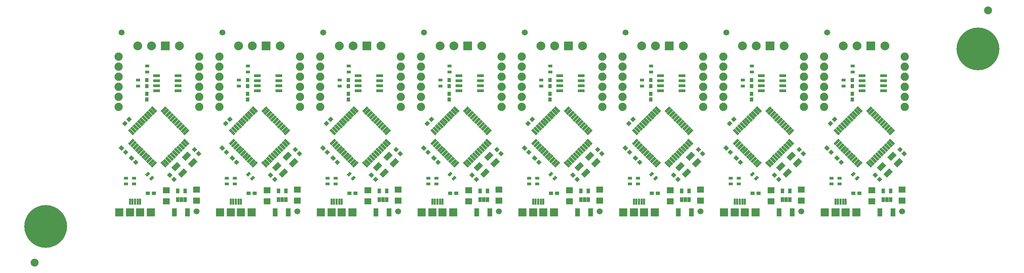
<source format=gts>
G04 #@! TF.FileFunction,Soldermask,Top*
%FSLAX46Y46*%
G04 Gerber Fmt 4.6, Leading zero omitted, Abs format (unit mm)*
G04 Created by KiCad (PCBNEW 4.0.6) date 11/21/17 13:18:45*
%MOMM*%
%LPD*%
G01*
G04 APERTURE LIST*
%ADD10C,0.100000*%
%ADD11C,2.082800*%
%ADD12C,2.235200*%
%ADD13R,2.235200X2.235200*%
%ADD14R,0.953200X1.003200*%
%ADD15R,1.103200X0.703200*%
%ADD16R,1.753200X0.803200*%
%ADD17R,1.800860X1.602740*%
%ADD18R,0.853200X1.263200*%
%ADD19R,1.201420X2.001520*%
%ADD20C,1.500000*%
%ADD21R,1.003200X0.953200*%
%ADD22R,0.551180X1.602740*%
%ADD23R,2.001520X2.103120*%
%ADD24R,2.103120X2.103120*%
%ADD25C,10.800080*%
%ADD26C,2.000000*%
G04 APERTURE END LIST*
D10*
D11*
X252747551Y-73648689D03*
X252747551Y-76188689D03*
X252747551Y-78728689D03*
X252747551Y-81268689D03*
X252747551Y-83808689D03*
X252747551Y-86348689D03*
D12*
X237253551Y-70981689D03*
X240751131Y-70981689D03*
D13*
X244251251Y-70981689D03*
D12*
X247751371Y-70981689D03*
D14*
X239539551Y-81129689D03*
X239539551Y-79629689D03*
D15*
X239666551Y-77573689D03*
X239666551Y-76073689D03*
D16*
X242046551Y-78474689D03*
X242046551Y-79744689D03*
X242046551Y-81014689D03*
X242046551Y-82284689D03*
X247446551Y-82284689D03*
X247446551Y-81014689D03*
X247446551Y-79744689D03*
X247446551Y-78474689D03*
D10*
G36*
X251951189Y-98164341D02*
X252625203Y-97490327D01*
X253334573Y-98199697D01*
X252660559Y-98873711D01*
X251951189Y-98164341D01*
X251951189Y-98164341D01*
G37*
G36*
X250890529Y-97103681D02*
X251564543Y-96429667D01*
X252273913Y-97139037D01*
X251599899Y-97813051D01*
X250890529Y-97103681D01*
X250890529Y-97103681D01*
G37*
D17*
X252112551Y-107303689D03*
X252112551Y-110102769D03*
D10*
G36*
X249843139Y-97630097D02*
X250764513Y-98551471D01*
X249277383Y-100038601D01*
X248356009Y-99117227D01*
X249843139Y-97630097D01*
X249843139Y-97630097D01*
G37*
G36*
X247228089Y-100245147D02*
X248149463Y-101166521D01*
X246662333Y-102653651D01*
X245740959Y-101732277D01*
X247228089Y-100245147D01*
X247228089Y-100245147D01*
G37*
G36*
X248851719Y-101868777D02*
X249773093Y-102790151D01*
X248285963Y-104277281D01*
X247364589Y-103355907D01*
X248851719Y-101868777D01*
X248851719Y-101868777D01*
G37*
G36*
X251466769Y-99253727D02*
X252388143Y-100175101D01*
X250901013Y-101662231D01*
X249979639Y-100740857D01*
X251466769Y-99253727D01*
X251466769Y-99253727D01*
G37*
D18*
X247352551Y-109800689D03*
X248302551Y-109800689D03*
X249252551Y-109800689D03*
X249252551Y-107600689D03*
X247352551Y-107600689D03*
D19*
X246522011Y-113018689D03*
X249829091Y-113018689D03*
D20*
X252112551Y-112764689D03*
D17*
X244492551Y-107428149D03*
X244492551Y-110227229D03*
D10*
G36*
X246050913Y-103616037D02*
X245376899Y-104290051D01*
X244667529Y-103580681D01*
X245341543Y-102906667D01*
X246050913Y-103616037D01*
X246050913Y-103616037D01*
G37*
G36*
X247111573Y-104676697D02*
X246437559Y-105350711D01*
X245728189Y-104641341D01*
X246402203Y-103967327D01*
X247111573Y-104676697D01*
X247111573Y-104676697D01*
G37*
G36*
X235306359Y-96091621D02*
X234810649Y-95595911D01*
X236014003Y-94392557D01*
X236509713Y-94888267D01*
X235306359Y-96091621D01*
X235306359Y-96091621D01*
G37*
G36*
X235872116Y-96657377D02*
X235376406Y-96161667D01*
X236579760Y-94958313D01*
X237075470Y-95454023D01*
X235872116Y-96657377D01*
X235872116Y-96657377D01*
G37*
G36*
X236437872Y-97223134D02*
X235942162Y-96727424D01*
X237145516Y-95524070D01*
X237641226Y-96019780D01*
X236437872Y-97223134D01*
X236437872Y-97223134D01*
G37*
G36*
X237003628Y-97788890D02*
X236507918Y-97293180D01*
X237711272Y-96089826D01*
X238206982Y-96585536D01*
X237003628Y-97788890D01*
X237003628Y-97788890D01*
G37*
G36*
X237569384Y-98354646D02*
X237073674Y-97858936D01*
X238277028Y-96655582D01*
X238772738Y-97151292D01*
X237569384Y-98354646D01*
X237569384Y-98354646D01*
G37*
G36*
X238133344Y-98918606D02*
X237637634Y-98422896D01*
X238840988Y-97219542D01*
X239336698Y-97715252D01*
X238133344Y-98918606D01*
X238133344Y-98918606D01*
G37*
G36*
X238697304Y-99482566D02*
X238201594Y-98986856D01*
X239404948Y-97783502D01*
X239900658Y-98279212D01*
X238697304Y-99482566D01*
X238697304Y-99482566D01*
G37*
G36*
X239263060Y-100048322D02*
X238767350Y-99552612D01*
X239970704Y-98349258D01*
X240466414Y-98844968D01*
X239263060Y-100048322D01*
X239263060Y-100048322D01*
G37*
G36*
X239828816Y-100614078D02*
X239333106Y-100118368D01*
X240536460Y-98915014D01*
X241032170Y-99410724D01*
X239828816Y-100614078D01*
X239828816Y-100614078D01*
G37*
G36*
X240394573Y-101179834D02*
X239898863Y-100684124D01*
X241102217Y-99480770D01*
X241597927Y-99976480D01*
X240394573Y-101179834D01*
X240394573Y-101179834D01*
G37*
G36*
X240960329Y-101745591D02*
X240464619Y-101249881D01*
X241667973Y-100046527D01*
X242163683Y-100542237D01*
X240960329Y-101745591D01*
X240960329Y-101745591D01*
G37*
G36*
X244214773Y-101745591D02*
X243011419Y-100542237D01*
X243507129Y-100046527D01*
X244710483Y-101249881D01*
X244214773Y-101745591D01*
X244214773Y-101745591D01*
G37*
G36*
X244780529Y-101179834D02*
X243577175Y-99976480D01*
X244072885Y-99480770D01*
X245276239Y-100684124D01*
X244780529Y-101179834D01*
X244780529Y-101179834D01*
G37*
G36*
X245346286Y-100614078D02*
X244142932Y-99410724D01*
X244638642Y-98915014D01*
X245841996Y-100118368D01*
X245346286Y-100614078D01*
X245346286Y-100614078D01*
G37*
G36*
X245912042Y-100048322D02*
X244708688Y-98844968D01*
X245204398Y-98349258D01*
X246407752Y-99552612D01*
X245912042Y-100048322D01*
X245912042Y-100048322D01*
G37*
G36*
X246477798Y-99482566D02*
X245274444Y-98279212D01*
X245770154Y-97783502D01*
X246973508Y-98986856D01*
X246477798Y-99482566D01*
X246477798Y-99482566D01*
G37*
G36*
X247041758Y-98918606D02*
X245838404Y-97715252D01*
X246334114Y-97219542D01*
X247537468Y-98422896D01*
X247041758Y-98918606D01*
X247041758Y-98918606D01*
G37*
G36*
X247605718Y-98354646D02*
X246402364Y-97151292D01*
X246898074Y-96655582D01*
X248101428Y-97858936D01*
X247605718Y-98354646D01*
X247605718Y-98354646D01*
G37*
G36*
X248171474Y-97788890D02*
X246968120Y-96585536D01*
X247463830Y-96089826D01*
X248667184Y-97293180D01*
X248171474Y-97788890D01*
X248171474Y-97788890D01*
G37*
G36*
X248737230Y-97223134D02*
X247533876Y-96019780D01*
X248029586Y-95524070D01*
X249232940Y-96727424D01*
X248737230Y-97223134D01*
X248737230Y-97223134D01*
G37*
G36*
X249302986Y-96657377D02*
X248099632Y-95454023D01*
X248595342Y-94958313D01*
X249798696Y-96161667D01*
X249302986Y-96657377D01*
X249302986Y-96657377D01*
G37*
G36*
X249868743Y-96091621D02*
X248665389Y-94888267D01*
X249161099Y-94392557D01*
X250364453Y-95595911D01*
X249868743Y-96091621D01*
X249868743Y-96091621D01*
G37*
G36*
X249161099Y-93544821D02*
X248665389Y-93049111D01*
X249868743Y-91845757D01*
X250364453Y-92341467D01*
X249161099Y-93544821D01*
X249161099Y-93544821D01*
G37*
G36*
X248595342Y-92979065D02*
X248099632Y-92483355D01*
X249302986Y-91280001D01*
X249798696Y-91775711D01*
X248595342Y-92979065D01*
X248595342Y-92979065D01*
G37*
G36*
X248029586Y-92413308D02*
X247533876Y-91917598D01*
X248737230Y-90714244D01*
X249232940Y-91209954D01*
X248029586Y-92413308D01*
X248029586Y-92413308D01*
G37*
G36*
X247463830Y-91847552D02*
X246968120Y-91351842D01*
X248171474Y-90148488D01*
X248667184Y-90644198D01*
X247463830Y-91847552D01*
X247463830Y-91847552D01*
G37*
G36*
X246898074Y-91281796D02*
X246402364Y-90786086D01*
X247605718Y-89582732D01*
X248101428Y-90078442D01*
X246898074Y-91281796D01*
X246898074Y-91281796D01*
G37*
G36*
X246334114Y-90717836D02*
X245838404Y-90222126D01*
X247041758Y-89018772D01*
X247537468Y-89514482D01*
X246334114Y-90717836D01*
X246334114Y-90717836D01*
G37*
G36*
X245770154Y-90153876D02*
X245274444Y-89658166D01*
X246477798Y-88454812D01*
X246973508Y-88950522D01*
X245770154Y-90153876D01*
X245770154Y-90153876D01*
G37*
G36*
X245204398Y-89588120D02*
X244708688Y-89092410D01*
X245912042Y-87889056D01*
X246407752Y-88384766D01*
X245204398Y-89588120D01*
X245204398Y-89588120D01*
G37*
G36*
X244638642Y-89022364D02*
X244142932Y-88526654D01*
X245346286Y-87323300D01*
X245841996Y-87819010D01*
X244638642Y-89022364D01*
X244638642Y-89022364D01*
G37*
G36*
X244072885Y-88456608D02*
X243577175Y-87960898D01*
X244780529Y-86757544D01*
X245276239Y-87253254D01*
X244072885Y-88456608D01*
X244072885Y-88456608D01*
G37*
G36*
X243507129Y-87890851D02*
X243011419Y-87395141D01*
X244214773Y-86191787D01*
X244710483Y-86687497D01*
X243507129Y-87890851D01*
X243507129Y-87890851D01*
G37*
G36*
X241667973Y-87890851D02*
X240464619Y-86687497D01*
X240960329Y-86191787D01*
X242163683Y-87395141D01*
X241667973Y-87890851D01*
X241667973Y-87890851D01*
G37*
G36*
X241102217Y-88456608D02*
X239898863Y-87253254D01*
X240394573Y-86757544D01*
X241597927Y-87960898D01*
X241102217Y-88456608D01*
X241102217Y-88456608D01*
G37*
G36*
X240536460Y-89022364D02*
X239333106Y-87819010D01*
X239828816Y-87323300D01*
X241032170Y-88526654D01*
X240536460Y-89022364D01*
X240536460Y-89022364D01*
G37*
G36*
X239970704Y-89588120D02*
X238767350Y-88384766D01*
X239263060Y-87889056D01*
X240466414Y-89092410D01*
X239970704Y-89588120D01*
X239970704Y-89588120D01*
G37*
G36*
X239404948Y-90153876D02*
X238201594Y-88950522D01*
X238697304Y-88454812D01*
X239900658Y-89658166D01*
X239404948Y-90153876D01*
X239404948Y-90153876D01*
G37*
G36*
X238840988Y-90717836D02*
X237637634Y-89514482D01*
X238133344Y-89018772D01*
X239336698Y-90222126D01*
X238840988Y-90717836D01*
X238840988Y-90717836D01*
G37*
G36*
X238277028Y-91281796D02*
X237073674Y-90078442D01*
X237569384Y-89582732D01*
X238772738Y-90786086D01*
X238277028Y-91281796D01*
X238277028Y-91281796D01*
G37*
G36*
X237711272Y-91847552D02*
X236507918Y-90644198D01*
X237003628Y-90148488D01*
X238206982Y-91351842D01*
X237711272Y-91847552D01*
X237711272Y-91847552D01*
G37*
G36*
X237145516Y-92413308D02*
X235942162Y-91209954D01*
X236437872Y-90714244D01*
X237641226Y-91917598D01*
X237145516Y-92413308D01*
X237145516Y-92413308D01*
G37*
G36*
X236579760Y-92979065D02*
X235376406Y-91775711D01*
X235872116Y-91280001D01*
X237075470Y-92483355D01*
X236579760Y-92979065D01*
X236579760Y-92979065D01*
G37*
G36*
X236014003Y-93544821D02*
X234810649Y-92341467D01*
X235306359Y-91845757D01*
X236509713Y-93049111D01*
X236014003Y-93544821D01*
X236014003Y-93544821D01*
G37*
G36*
X234073899Y-89870327D02*
X234747913Y-90544341D01*
X234038543Y-91253711D01*
X233364529Y-90579697D01*
X234073899Y-89870327D01*
X234073899Y-89870327D01*
G37*
G36*
X235134559Y-88809667D02*
X235808573Y-89483681D01*
X235099203Y-90193051D01*
X234425189Y-89519037D01*
X235134559Y-88809667D01*
X235134559Y-88809667D01*
G37*
G36*
X233558519Y-97805671D02*
X234232533Y-97131657D01*
X234941903Y-97841027D01*
X234267889Y-98515041D01*
X233558519Y-97805671D01*
X233558519Y-97805671D01*
G37*
G36*
X232497859Y-96745011D02*
X233171873Y-96070997D01*
X233881243Y-96780367D01*
X233207229Y-97454381D01*
X232497859Y-96745011D01*
X232497859Y-96745011D01*
G37*
G36*
X236421243Y-99320367D02*
X235747229Y-99994381D01*
X235037859Y-99285011D01*
X235711873Y-98610997D01*
X236421243Y-99320367D01*
X236421243Y-99320367D01*
G37*
G36*
X237481903Y-100381027D02*
X236807889Y-101055041D01*
X236098519Y-100345671D01*
X236772533Y-99671657D01*
X237481903Y-100381027D01*
X237481903Y-100381027D01*
G37*
D15*
X237380551Y-81129689D03*
X237380551Y-79629689D03*
D14*
X239539551Y-84546689D03*
X239539551Y-83046689D03*
D21*
X239817551Y-108192689D03*
X241317551Y-108192689D03*
D10*
G36*
X239132562Y-103485780D02*
X239912642Y-102705700D01*
X240409880Y-103202938D01*
X239629800Y-103983018D01*
X239132562Y-103485780D01*
X239132562Y-103485780D01*
G37*
G36*
X240193222Y-104546440D02*
X240973302Y-103766360D01*
X241470540Y-104263598D01*
X240690460Y-105043678D01*
X240193222Y-104546440D01*
X240193222Y-104546440D01*
G37*
D15*
X234332551Y-105894689D03*
X234332551Y-104394689D03*
D22*
X236618551Y-110369469D03*
X235970851Y-110369469D03*
X237916491Y-110369469D03*
X237266251Y-110369469D03*
D23*
X232620591Y-113018689D03*
X240616511Y-113018689D03*
D24*
X235348551Y-113018689D03*
X237888551Y-113018689D03*
D22*
X235320611Y-110369469D03*
D15*
X236364551Y-105894689D03*
X236364551Y-104394689D03*
D11*
X232427551Y-86348689D03*
X232427551Y-83808689D03*
X232427551Y-81268689D03*
X232427551Y-78728689D03*
X232427551Y-76188689D03*
X232427551Y-73648689D03*
D20*
X233189551Y-67552689D03*
D14*
X214139551Y-84546689D03*
X214139551Y-83046689D03*
D11*
X207027551Y-86348689D03*
X207027551Y-83808689D03*
X207027551Y-81268689D03*
X207027551Y-78728689D03*
X207027551Y-76188689D03*
X207027551Y-73648689D03*
D15*
X211980551Y-81129689D03*
X211980551Y-79629689D03*
D12*
X211853551Y-70981689D03*
X215351131Y-70981689D03*
D13*
X218851251Y-70981689D03*
D12*
X222351371Y-70981689D03*
D20*
X207789551Y-67552689D03*
D15*
X214266551Y-77573689D03*
X214266551Y-76073689D03*
D14*
X214139551Y-81129689D03*
X214139551Y-79629689D03*
D17*
X226712551Y-107303689D03*
X226712551Y-110102769D03*
D19*
X221122011Y-113018689D03*
X224429091Y-113018689D03*
D18*
X221952551Y-109800689D03*
X222902551Y-109800689D03*
X223852551Y-109800689D03*
X223852551Y-107600689D03*
X221952551Y-107600689D03*
D17*
X219092551Y-107428149D03*
X219092551Y-110227229D03*
D20*
X226712551Y-112764689D03*
D15*
X208932551Y-105894689D03*
X208932551Y-104394689D03*
X210964551Y-105894689D03*
X210964551Y-104394689D03*
D21*
X214417551Y-108192689D03*
X215917551Y-108192689D03*
D10*
G36*
X208158519Y-97805671D02*
X208832533Y-97131657D01*
X209541903Y-97841027D01*
X208867889Y-98515041D01*
X208158519Y-97805671D01*
X208158519Y-97805671D01*
G37*
G36*
X207097859Y-96745011D02*
X207771873Y-96070997D01*
X208481243Y-96780367D01*
X207807229Y-97454381D01*
X207097859Y-96745011D01*
X207097859Y-96745011D01*
G37*
D22*
X211218551Y-110369469D03*
X210570851Y-110369469D03*
X212516491Y-110369469D03*
X211866251Y-110369469D03*
D23*
X207220591Y-113018689D03*
X215216511Y-113018689D03*
D24*
X209948551Y-113018689D03*
X212488551Y-113018689D03*
D22*
X209920611Y-110369469D03*
D10*
G36*
X226551189Y-98164341D02*
X227225203Y-97490327D01*
X227934573Y-98199697D01*
X227260559Y-98873711D01*
X226551189Y-98164341D01*
X226551189Y-98164341D01*
G37*
G36*
X225490529Y-97103681D02*
X226164543Y-96429667D01*
X226873913Y-97139037D01*
X226199899Y-97813051D01*
X225490529Y-97103681D01*
X225490529Y-97103681D01*
G37*
G36*
X211021243Y-99320367D02*
X210347229Y-99994381D01*
X209637859Y-99285011D01*
X210311873Y-98610997D01*
X211021243Y-99320367D01*
X211021243Y-99320367D01*
G37*
G36*
X212081903Y-100381027D02*
X211407889Y-101055041D01*
X210698519Y-100345671D01*
X211372533Y-99671657D01*
X212081903Y-100381027D01*
X212081903Y-100381027D01*
G37*
G36*
X220650913Y-103616037D02*
X219976899Y-104290051D01*
X219267529Y-103580681D01*
X219941543Y-102906667D01*
X220650913Y-103616037D01*
X220650913Y-103616037D01*
G37*
G36*
X221711573Y-104676697D02*
X221037559Y-105350711D01*
X220328189Y-104641341D01*
X221002203Y-103967327D01*
X221711573Y-104676697D01*
X221711573Y-104676697D01*
G37*
G36*
X208673899Y-89870327D02*
X209347913Y-90544341D01*
X208638543Y-91253711D01*
X207964529Y-90579697D01*
X208673899Y-89870327D01*
X208673899Y-89870327D01*
G37*
G36*
X209734559Y-88809667D02*
X210408573Y-89483681D01*
X209699203Y-90193051D01*
X209025189Y-89519037D01*
X209734559Y-88809667D01*
X209734559Y-88809667D01*
G37*
G36*
X209906359Y-96091621D02*
X209410649Y-95595911D01*
X210614003Y-94392557D01*
X211109713Y-94888267D01*
X209906359Y-96091621D01*
X209906359Y-96091621D01*
G37*
G36*
X210472116Y-96657377D02*
X209976406Y-96161667D01*
X211179760Y-94958313D01*
X211675470Y-95454023D01*
X210472116Y-96657377D01*
X210472116Y-96657377D01*
G37*
G36*
X211037872Y-97223134D02*
X210542162Y-96727424D01*
X211745516Y-95524070D01*
X212241226Y-96019780D01*
X211037872Y-97223134D01*
X211037872Y-97223134D01*
G37*
G36*
X211603628Y-97788890D02*
X211107918Y-97293180D01*
X212311272Y-96089826D01*
X212806982Y-96585536D01*
X211603628Y-97788890D01*
X211603628Y-97788890D01*
G37*
G36*
X212169384Y-98354646D02*
X211673674Y-97858936D01*
X212877028Y-96655582D01*
X213372738Y-97151292D01*
X212169384Y-98354646D01*
X212169384Y-98354646D01*
G37*
G36*
X212733344Y-98918606D02*
X212237634Y-98422896D01*
X213440988Y-97219542D01*
X213936698Y-97715252D01*
X212733344Y-98918606D01*
X212733344Y-98918606D01*
G37*
G36*
X213297304Y-99482566D02*
X212801594Y-98986856D01*
X214004948Y-97783502D01*
X214500658Y-98279212D01*
X213297304Y-99482566D01*
X213297304Y-99482566D01*
G37*
G36*
X213863060Y-100048322D02*
X213367350Y-99552612D01*
X214570704Y-98349258D01*
X215066414Y-98844968D01*
X213863060Y-100048322D01*
X213863060Y-100048322D01*
G37*
G36*
X214428816Y-100614078D02*
X213933106Y-100118368D01*
X215136460Y-98915014D01*
X215632170Y-99410724D01*
X214428816Y-100614078D01*
X214428816Y-100614078D01*
G37*
G36*
X214994573Y-101179834D02*
X214498863Y-100684124D01*
X215702217Y-99480770D01*
X216197927Y-99976480D01*
X214994573Y-101179834D01*
X214994573Y-101179834D01*
G37*
G36*
X215560329Y-101745591D02*
X215064619Y-101249881D01*
X216267973Y-100046527D01*
X216763683Y-100542237D01*
X215560329Y-101745591D01*
X215560329Y-101745591D01*
G37*
G36*
X218814773Y-101745591D02*
X217611419Y-100542237D01*
X218107129Y-100046527D01*
X219310483Y-101249881D01*
X218814773Y-101745591D01*
X218814773Y-101745591D01*
G37*
G36*
X219380529Y-101179834D02*
X218177175Y-99976480D01*
X218672885Y-99480770D01*
X219876239Y-100684124D01*
X219380529Y-101179834D01*
X219380529Y-101179834D01*
G37*
G36*
X219946286Y-100614078D02*
X218742932Y-99410724D01*
X219238642Y-98915014D01*
X220441996Y-100118368D01*
X219946286Y-100614078D01*
X219946286Y-100614078D01*
G37*
G36*
X220512042Y-100048322D02*
X219308688Y-98844968D01*
X219804398Y-98349258D01*
X221007752Y-99552612D01*
X220512042Y-100048322D01*
X220512042Y-100048322D01*
G37*
G36*
X221077798Y-99482566D02*
X219874444Y-98279212D01*
X220370154Y-97783502D01*
X221573508Y-98986856D01*
X221077798Y-99482566D01*
X221077798Y-99482566D01*
G37*
G36*
X221641758Y-98918606D02*
X220438404Y-97715252D01*
X220934114Y-97219542D01*
X222137468Y-98422896D01*
X221641758Y-98918606D01*
X221641758Y-98918606D01*
G37*
G36*
X222205718Y-98354646D02*
X221002364Y-97151292D01*
X221498074Y-96655582D01*
X222701428Y-97858936D01*
X222205718Y-98354646D01*
X222205718Y-98354646D01*
G37*
G36*
X222771474Y-97788890D02*
X221568120Y-96585536D01*
X222063830Y-96089826D01*
X223267184Y-97293180D01*
X222771474Y-97788890D01*
X222771474Y-97788890D01*
G37*
G36*
X223337230Y-97223134D02*
X222133876Y-96019780D01*
X222629586Y-95524070D01*
X223832940Y-96727424D01*
X223337230Y-97223134D01*
X223337230Y-97223134D01*
G37*
G36*
X223902986Y-96657377D02*
X222699632Y-95454023D01*
X223195342Y-94958313D01*
X224398696Y-96161667D01*
X223902986Y-96657377D01*
X223902986Y-96657377D01*
G37*
G36*
X224468743Y-96091621D02*
X223265389Y-94888267D01*
X223761099Y-94392557D01*
X224964453Y-95595911D01*
X224468743Y-96091621D01*
X224468743Y-96091621D01*
G37*
G36*
X223761099Y-93544821D02*
X223265389Y-93049111D01*
X224468743Y-91845757D01*
X224964453Y-92341467D01*
X223761099Y-93544821D01*
X223761099Y-93544821D01*
G37*
G36*
X223195342Y-92979065D02*
X222699632Y-92483355D01*
X223902986Y-91280001D01*
X224398696Y-91775711D01*
X223195342Y-92979065D01*
X223195342Y-92979065D01*
G37*
G36*
X222629586Y-92413308D02*
X222133876Y-91917598D01*
X223337230Y-90714244D01*
X223832940Y-91209954D01*
X222629586Y-92413308D01*
X222629586Y-92413308D01*
G37*
G36*
X222063830Y-91847552D02*
X221568120Y-91351842D01*
X222771474Y-90148488D01*
X223267184Y-90644198D01*
X222063830Y-91847552D01*
X222063830Y-91847552D01*
G37*
G36*
X221498074Y-91281796D02*
X221002364Y-90786086D01*
X222205718Y-89582732D01*
X222701428Y-90078442D01*
X221498074Y-91281796D01*
X221498074Y-91281796D01*
G37*
G36*
X220934114Y-90717836D02*
X220438404Y-90222126D01*
X221641758Y-89018772D01*
X222137468Y-89514482D01*
X220934114Y-90717836D01*
X220934114Y-90717836D01*
G37*
G36*
X220370154Y-90153876D02*
X219874444Y-89658166D01*
X221077798Y-88454812D01*
X221573508Y-88950522D01*
X220370154Y-90153876D01*
X220370154Y-90153876D01*
G37*
G36*
X219804398Y-89588120D02*
X219308688Y-89092410D01*
X220512042Y-87889056D01*
X221007752Y-88384766D01*
X219804398Y-89588120D01*
X219804398Y-89588120D01*
G37*
G36*
X219238642Y-89022364D02*
X218742932Y-88526654D01*
X219946286Y-87323300D01*
X220441996Y-87819010D01*
X219238642Y-89022364D01*
X219238642Y-89022364D01*
G37*
G36*
X218672885Y-88456608D02*
X218177175Y-87960898D01*
X219380529Y-86757544D01*
X219876239Y-87253254D01*
X218672885Y-88456608D01*
X218672885Y-88456608D01*
G37*
G36*
X218107129Y-87890851D02*
X217611419Y-87395141D01*
X218814773Y-86191787D01*
X219310483Y-86687497D01*
X218107129Y-87890851D01*
X218107129Y-87890851D01*
G37*
G36*
X216267973Y-87890851D02*
X215064619Y-86687497D01*
X215560329Y-86191787D01*
X216763683Y-87395141D01*
X216267973Y-87890851D01*
X216267973Y-87890851D01*
G37*
G36*
X215702217Y-88456608D02*
X214498863Y-87253254D01*
X214994573Y-86757544D01*
X216197927Y-87960898D01*
X215702217Y-88456608D01*
X215702217Y-88456608D01*
G37*
G36*
X215136460Y-89022364D02*
X213933106Y-87819010D01*
X214428816Y-87323300D01*
X215632170Y-88526654D01*
X215136460Y-89022364D01*
X215136460Y-89022364D01*
G37*
G36*
X214570704Y-89588120D02*
X213367350Y-88384766D01*
X213863060Y-87889056D01*
X215066414Y-89092410D01*
X214570704Y-89588120D01*
X214570704Y-89588120D01*
G37*
G36*
X214004948Y-90153876D02*
X212801594Y-88950522D01*
X213297304Y-88454812D01*
X214500658Y-89658166D01*
X214004948Y-90153876D01*
X214004948Y-90153876D01*
G37*
G36*
X213440988Y-90717836D02*
X212237634Y-89514482D01*
X212733344Y-89018772D01*
X213936698Y-90222126D01*
X213440988Y-90717836D01*
X213440988Y-90717836D01*
G37*
G36*
X212877028Y-91281796D02*
X211673674Y-90078442D01*
X212169384Y-89582732D01*
X213372738Y-90786086D01*
X212877028Y-91281796D01*
X212877028Y-91281796D01*
G37*
G36*
X212311272Y-91847552D02*
X211107918Y-90644198D01*
X211603628Y-90148488D01*
X212806982Y-91351842D01*
X212311272Y-91847552D01*
X212311272Y-91847552D01*
G37*
G36*
X211745516Y-92413308D02*
X210542162Y-91209954D01*
X211037872Y-90714244D01*
X212241226Y-91917598D01*
X211745516Y-92413308D01*
X211745516Y-92413308D01*
G37*
G36*
X211179760Y-92979065D02*
X209976406Y-91775711D01*
X210472116Y-91280001D01*
X211675470Y-92483355D01*
X211179760Y-92979065D01*
X211179760Y-92979065D01*
G37*
G36*
X210614003Y-93544821D02*
X209410649Y-92341467D01*
X209906359Y-91845757D01*
X211109713Y-93049111D01*
X210614003Y-93544821D01*
X210614003Y-93544821D01*
G37*
G36*
X213732562Y-103485780D02*
X214512642Y-102705700D01*
X215009880Y-103202938D01*
X214229800Y-103983018D01*
X213732562Y-103485780D01*
X213732562Y-103485780D01*
G37*
G36*
X214793222Y-104546440D02*
X215573302Y-103766360D01*
X216070540Y-104263598D01*
X215290460Y-105043678D01*
X214793222Y-104546440D01*
X214793222Y-104546440D01*
G37*
G36*
X224443139Y-97630097D02*
X225364513Y-98551471D01*
X223877383Y-100038601D01*
X222956009Y-99117227D01*
X224443139Y-97630097D01*
X224443139Y-97630097D01*
G37*
G36*
X221828089Y-100245147D02*
X222749463Y-101166521D01*
X221262333Y-102653651D01*
X220340959Y-101732277D01*
X221828089Y-100245147D01*
X221828089Y-100245147D01*
G37*
G36*
X223451719Y-101868777D02*
X224373093Y-102790151D01*
X222885963Y-104277281D01*
X221964589Y-103355907D01*
X223451719Y-101868777D01*
X223451719Y-101868777D01*
G37*
G36*
X226066769Y-99253727D02*
X226988143Y-100175101D01*
X225501013Y-101662231D01*
X224579639Y-100740857D01*
X226066769Y-99253727D01*
X226066769Y-99253727D01*
G37*
D11*
X227347551Y-73648689D03*
X227347551Y-76188689D03*
X227347551Y-78728689D03*
X227347551Y-81268689D03*
X227347551Y-83808689D03*
X227347551Y-86348689D03*
D16*
X216646551Y-78474689D03*
X216646551Y-79744689D03*
X216646551Y-81014689D03*
X216646551Y-82284689D03*
X222046551Y-82284689D03*
X222046551Y-81014689D03*
X222046551Y-79744689D03*
X222046551Y-78474689D03*
D15*
X186580551Y-81129689D03*
X186580551Y-79629689D03*
D14*
X188739551Y-84546689D03*
X188739551Y-83046689D03*
D11*
X181627551Y-86348689D03*
X181627551Y-83808689D03*
X181627551Y-81268689D03*
X181627551Y-78728689D03*
X181627551Y-76188689D03*
X181627551Y-73648689D03*
X201947551Y-73648689D03*
X201947551Y-76188689D03*
X201947551Y-78728689D03*
X201947551Y-81268689D03*
X201947551Y-83808689D03*
X201947551Y-86348689D03*
D10*
G36*
X201151189Y-98164341D02*
X201825203Y-97490327D01*
X202534573Y-98199697D01*
X201860559Y-98873711D01*
X201151189Y-98164341D01*
X201151189Y-98164341D01*
G37*
G36*
X200090529Y-97103681D02*
X200764543Y-96429667D01*
X201473913Y-97139037D01*
X200799899Y-97813051D01*
X200090529Y-97103681D01*
X200090529Y-97103681D01*
G37*
D17*
X201312551Y-107303689D03*
X201312551Y-110102769D03*
D10*
G36*
X182758519Y-97805671D02*
X183432533Y-97131657D01*
X184141903Y-97841027D01*
X183467889Y-98515041D01*
X182758519Y-97805671D01*
X182758519Y-97805671D01*
G37*
G36*
X181697859Y-96745011D02*
X182371873Y-96070997D01*
X183081243Y-96780367D01*
X182407229Y-97454381D01*
X181697859Y-96745011D01*
X181697859Y-96745011D01*
G37*
D21*
X189017551Y-108192689D03*
X190517551Y-108192689D03*
D22*
X185818551Y-110369469D03*
X185170851Y-110369469D03*
X187116491Y-110369469D03*
X186466251Y-110369469D03*
D23*
X181820591Y-113018689D03*
X189816511Y-113018689D03*
D24*
X184548551Y-113018689D03*
X187088551Y-113018689D03*
D22*
X184520611Y-110369469D03*
D15*
X183532551Y-105894689D03*
X183532551Y-104394689D03*
D10*
G36*
X185621243Y-99320367D02*
X184947229Y-99994381D01*
X184237859Y-99285011D01*
X184911873Y-98610997D01*
X185621243Y-99320367D01*
X185621243Y-99320367D01*
G37*
G36*
X186681903Y-100381027D02*
X186007889Y-101055041D01*
X185298519Y-100345671D01*
X185972533Y-99671657D01*
X186681903Y-100381027D01*
X186681903Y-100381027D01*
G37*
G36*
X195250913Y-103616037D02*
X194576899Y-104290051D01*
X193867529Y-103580681D01*
X194541543Y-102906667D01*
X195250913Y-103616037D01*
X195250913Y-103616037D01*
G37*
G36*
X196311573Y-104676697D02*
X195637559Y-105350711D01*
X194928189Y-104641341D01*
X195602203Y-103967327D01*
X196311573Y-104676697D01*
X196311573Y-104676697D01*
G37*
G36*
X183273899Y-89870327D02*
X183947913Y-90544341D01*
X183238543Y-91253711D01*
X182564529Y-90579697D01*
X183273899Y-89870327D01*
X183273899Y-89870327D01*
G37*
G36*
X184334559Y-88809667D02*
X185008573Y-89483681D01*
X184299203Y-90193051D01*
X183625189Y-89519037D01*
X184334559Y-88809667D01*
X184334559Y-88809667D01*
G37*
D15*
X185564551Y-105894689D03*
X185564551Y-104394689D03*
D10*
G36*
X184506359Y-96091621D02*
X184010649Y-95595911D01*
X185214003Y-94392557D01*
X185709713Y-94888267D01*
X184506359Y-96091621D01*
X184506359Y-96091621D01*
G37*
G36*
X185072116Y-96657377D02*
X184576406Y-96161667D01*
X185779760Y-94958313D01*
X186275470Y-95454023D01*
X185072116Y-96657377D01*
X185072116Y-96657377D01*
G37*
G36*
X185637872Y-97223134D02*
X185142162Y-96727424D01*
X186345516Y-95524070D01*
X186841226Y-96019780D01*
X185637872Y-97223134D01*
X185637872Y-97223134D01*
G37*
G36*
X186203628Y-97788890D02*
X185707918Y-97293180D01*
X186911272Y-96089826D01*
X187406982Y-96585536D01*
X186203628Y-97788890D01*
X186203628Y-97788890D01*
G37*
G36*
X186769384Y-98354646D02*
X186273674Y-97858936D01*
X187477028Y-96655582D01*
X187972738Y-97151292D01*
X186769384Y-98354646D01*
X186769384Y-98354646D01*
G37*
G36*
X187333344Y-98918606D02*
X186837634Y-98422896D01*
X188040988Y-97219542D01*
X188536698Y-97715252D01*
X187333344Y-98918606D01*
X187333344Y-98918606D01*
G37*
G36*
X187897304Y-99482566D02*
X187401594Y-98986856D01*
X188604948Y-97783502D01*
X189100658Y-98279212D01*
X187897304Y-99482566D01*
X187897304Y-99482566D01*
G37*
G36*
X188463060Y-100048322D02*
X187967350Y-99552612D01*
X189170704Y-98349258D01*
X189666414Y-98844968D01*
X188463060Y-100048322D01*
X188463060Y-100048322D01*
G37*
G36*
X189028816Y-100614078D02*
X188533106Y-100118368D01*
X189736460Y-98915014D01*
X190232170Y-99410724D01*
X189028816Y-100614078D01*
X189028816Y-100614078D01*
G37*
G36*
X189594573Y-101179834D02*
X189098863Y-100684124D01*
X190302217Y-99480770D01*
X190797927Y-99976480D01*
X189594573Y-101179834D01*
X189594573Y-101179834D01*
G37*
G36*
X190160329Y-101745591D02*
X189664619Y-101249881D01*
X190867973Y-100046527D01*
X191363683Y-100542237D01*
X190160329Y-101745591D01*
X190160329Y-101745591D01*
G37*
G36*
X193414773Y-101745591D02*
X192211419Y-100542237D01*
X192707129Y-100046527D01*
X193910483Y-101249881D01*
X193414773Y-101745591D01*
X193414773Y-101745591D01*
G37*
G36*
X193980529Y-101179834D02*
X192777175Y-99976480D01*
X193272885Y-99480770D01*
X194476239Y-100684124D01*
X193980529Y-101179834D01*
X193980529Y-101179834D01*
G37*
G36*
X194546286Y-100614078D02*
X193342932Y-99410724D01*
X193838642Y-98915014D01*
X195041996Y-100118368D01*
X194546286Y-100614078D01*
X194546286Y-100614078D01*
G37*
G36*
X195112042Y-100048322D02*
X193908688Y-98844968D01*
X194404398Y-98349258D01*
X195607752Y-99552612D01*
X195112042Y-100048322D01*
X195112042Y-100048322D01*
G37*
G36*
X195677798Y-99482566D02*
X194474444Y-98279212D01*
X194970154Y-97783502D01*
X196173508Y-98986856D01*
X195677798Y-99482566D01*
X195677798Y-99482566D01*
G37*
G36*
X196241758Y-98918606D02*
X195038404Y-97715252D01*
X195534114Y-97219542D01*
X196737468Y-98422896D01*
X196241758Y-98918606D01*
X196241758Y-98918606D01*
G37*
G36*
X196805718Y-98354646D02*
X195602364Y-97151292D01*
X196098074Y-96655582D01*
X197301428Y-97858936D01*
X196805718Y-98354646D01*
X196805718Y-98354646D01*
G37*
G36*
X197371474Y-97788890D02*
X196168120Y-96585536D01*
X196663830Y-96089826D01*
X197867184Y-97293180D01*
X197371474Y-97788890D01*
X197371474Y-97788890D01*
G37*
G36*
X197937230Y-97223134D02*
X196733876Y-96019780D01*
X197229586Y-95524070D01*
X198432940Y-96727424D01*
X197937230Y-97223134D01*
X197937230Y-97223134D01*
G37*
G36*
X198502986Y-96657377D02*
X197299632Y-95454023D01*
X197795342Y-94958313D01*
X198998696Y-96161667D01*
X198502986Y-96657377D01*
X198502986Y-96657377D01*
G37*
G36*
X199068743Y-96091621D02*
X197865389Y-94888267D01*
X198361099Y-94392557D01*
X199564453Y-95595911D01*
X199068743Y-96091621D01*
X199068743Y-96091621D01*
G37*
G36*
X198361099Y-93544821D02*
X197865389Y-93049111D01*
X199068743Y-91845757D01*
X199564453Y-92341467D01*
X198361099Y-93544821D01*
X198361099Y-93544821D01*
G37*
G36*
X197795342Y-92979065D02*
X197299632Y-92483355D01*
X198502986Y-91280001D01*
X198998696Y-91775711D01*
X197795342Y-92979065D01*
X197795342Y-92979065D01*
G37*
G36*
X197229586Y-92413308D02*
X196733876Y-91917598D01*
X197937230Y-90714244D01*
X198432940Y-91209954D01*
X197229586Y-92413308D01*
X197229586Y-92413308D01*
G37*
G36*
X196663830Y-91847552D02*
X196168120Y-91351842D01*
X197371474Y-90148488D01*
X197867184Y-90644198D01*
X196663830Y-91847552D01*
X196663830Y-91847552D01*
G37*
G36*
X196098074Y-91281796D02*
X195602364Y-90786086D01*
X196805718Y-89582732D01*
X197301428Y-90078442D01*
X196098074Y-91281796D01*
X196098074Y-91281796D01*
G37*
G36*
X195534114Y-90717836D02*
X195038404Y-90222126D01*
X196241758Y-89018772D01*
X196737468Y-89514482D01*
X195534114Y-90717836D01*
X195534114Y-90717836D01*
G37*
G36*
X194970154Y-90153876D02*
X194474444Y-89658166D01*
X195677798Y-88454812D01*
X196173508Y-88950522D01*
X194970154Y-90153876D01*
X194970154Y-90153876D01*
G37*
G36*
X194404398Y-89588120D02*
X193908688Y-89092410D01*
X195112042Y-87889056D01*
X195607752Y-88384766D01*
X194404398Y-89588120D01*
X194404398Y-89588120D01*
G37*
G36*
X193838642Y-89022364D02*
X193342932Y-88526654D01*
X194546286Y-87323300D01*
X195041996Y-87819010D01*
X193838642Y-89022364D01*
X193838642Y-89022364D01*
G37*
G36*
X193272885Y-88456608D02*
X192777175Y-87960898D01*
X193980529Y-86757544D01*
X194476239Y-87253254D01*
X193272885Y-88456608D01*
X193272885Y-88456608D01*
G37*
G36*
X192707129Y-87890851D02*
X192211419Y-87395141D01*
X193414773Y-86191787D01*
X193910483Y-86687497D01*
X192707129Y-87890851D01*
X192707129Y-87890851D01*
G37*
G36*
X190867973Y-87890851D02*
X189664619Y-86687497D01*
X190160329Y-86191787D01*
X191363683Y-87395141D01*
X190867973Y-87890851D01*
X190867973Y-87890851D01*
G37*
G36*
X190302217Y-88456608D02*
X189098863Y-87253254D01*
X189594573Y-86757544D01*
X190797927Y-87960898D01*
X190302217Y-88456608D01*
X190302217Y-88456608D01*
G37*
G36*
X189736460Y-89022364D02*
X188533106Y-87819010D01*
X189028816Y-87323300D01*
X190232170Y-88526654D01*
X189736460Y-89022364D01*
X189736460Y-89022364D01*
G37*
G36*
X189170704Y-89588120D02*
X187967350Y-88384766D01*
X188463060Y-87889056D01*
X189666414Y-89092410D01*
X189170704Y-89588120D01*
X189170704Y-89588120D01*
G37*
G36*
X188604948Y-90153876D02*
X187401594Y-88950522D01*
X187897304Y-88454812D01*
X189100658Y-89658166D01*
X188604948Y-90153876D01*
X188604948Y-90153876D01*
G37*
G36*
X188040988Y-90717836D02*
X186837634Y-89514482D01*
X187333344Y-89018772D01*
X188536698Y-90222126D01*
X188040988Y-90717836D01*
X188040988Y-90717836D01*
G37*
G36*
X187477028Y-91281796D02*
X186273674Y-90078442D01*
X186769384Y-89582732D01*
X187972738Y-90786086D01*
X187477028Y-91281796D01*
X187477028Y-91281796D01*
G37*
G36*
X186911272Y-91847552D02*
X185707918Y-90644198D01*
X186203628Y-90148488D01*
X187406982Y-91351842D01*
X186911272Y-91847552D01*
X186911272Y-91847552D01*
G37*
G36*
X186345516Y-92413308D02*
X185142162Y-91209954D01*
X185637872Y-90714244D01*
X186841226Y-91917598D01*
X186345516Y-92413308D01*
X186345516Y-92413308D01*
G37*
G36*
X185779760Y-92979065D02*
X184576406Y-91775711D01*
X185072116Y-91280001D01*
X186275470Y-92483355D01*
X185779760Y-92979065D01*
X185779760Y-92979065D01*
G37*
G36*
X185214003Y-93544821D02*
X184010649Y-92341467D01*
X184506359Y-91845757D01*
X185709713Y-93049111D01*
X185214003Y-93544821D01*
X185214003Y-93544821D01*
G37*
G36*
X188332562Y-103485780D02*
X189112642Y-102705700D01*
X189609880Y-103202938D01*
X188829800Y-103983018D01*
X188332562Y-103485780D01*
X188332562Y-103485780D01*
G37*
G36*
X189393222Y-104546440D02*
X190173302Y-103766360D01*
X190670540Y-104263598D01*
X189890460Y-105043678D01*
X189393222Y-104546440D01*
X189393222Y-104546440D01*
G37*
D20*
X201312551Y-112764689D03*
D10*
G36*
X199043139Y-97630097D02*
X199964513Y-98551471D01*
X198477383Y-100038601D01*
X197556009Y-99117227D01*
X199043139Y-97630097D01*
X199043139Y-97630097D01*
G37*
G36*
X196428089Y-100245147D02*
X197349463Y-101166521D01*
X195862333Y-102653651D01*
X194940959Y-101732277D01*
X196428089Y-100245147D01*
X196428089Y-100245147D01*
G37*
G36*
X198051719Y-101868777D02*
X198973093Y-102790151D01*
X197485963Y-104277281D01*
X196564589Y-103355907D01*
X198051719Y-101868777D01*
X198051719Y-101868777D01*
G37*
G36*
X200666769Y-99253727D02*
X201588143Y-100175101D01*
X200101013Y-101662231D01*
X199179639Y-100740857D01*
X200666769Y-99253727D01*
X200666769Y-99253727D01*
G37*
D19*
X195722011Y-113018689D03*
X199029091Y-113018689D03*
D18*
X196552551Y-109800689D03*
X197502551Y-109800689D03*
X198452551Y-109800689D03*
X198452551Y-107600689D03*
X196552551Y-107600689D03*
D17*
X193692551Y-107428149D03*
X193692551Y-110227229D03*
D12*
X186453551Y-70981689D03*
X189951131Y-70981689D03*
D13*
X193451251Y-70981689D03*
D12*
X196951371Y-70981689D03*
D16*
X191246551Y-78474689D03*
X191246551Y-79744689D03*
X191246551Y-81014689D03*
X191246551Y-82284689D03*
X196646551Y-82284689D03*
X196646551Y-81014689D03*
X196646551Y-79744689D03*
X196646551Y-78474689D03*
D20*
X182389551Y-67552689D03*
D14*
X188739551Y-81129689D03*
X188739551Y-79629689D03*
D15*
X188866551Y-77573689D03*
X188866551Y-76073689D03*
D10*
G36*
X175751189Y-98164341D02*
X176425203Y-97490327D01*
X177134573Y-98199697D01*
X176460559Y-98873711D01*
X175751189Y-98164341D01*
X175751189Y-98164341D01*
G37*
G36*
X174690529Y-97103681D02*
X175364543Y-96429667D01*
X176073913Y-97139037D01*
X175399899Y-97813051D01*
X174690529Y-97103681D01*
X174690529Y-97103681D01*
G37*
G36*
X150351189Y-98164341D02*
X151025203Y-97490327D01*
X151734573Y-98199697D01*
X151060559Y-98873711D01*
X150351189Y-98164341D01*
X150351189Y-98164341D01*
G37*
G36*
X149290529Y-97103681D02*
X149964543Y-96429667D01*
X150673913Y-97139037D01*
X149999899Y-97813051D01*
X149290529Y-97103681D01*
X149290529Y-97103681D01*
G37*
G36*
X124951189Y-98164341D02*
X125625203Y-97490327D01*
X126334573Y-98199697D01*
X125660559Y-98873711D01*
X124951189Y-98164341D01*
X124951189Y-98164341D01*
G37*
G36*
X123890529Y-97103681D02*
X124564543Y-96429667D01*
X125273913Y-97139037D01*
X124599899Y-97813051D01*
X123890529Y-97103681D01*
X123890529Y-97103681D01*
G37*
G36*
X99551189Y-98164341D02*
X100225203Y-97490327D01*
X100934573Y-98199697D01*
X100260559Y-98873711D01*
X99551189Y-98164341D01*
X99551189Y-98164341D01*
G37*
G36*
X98490529Y-97103681D02*
X99164543Y-96429667D01*
X99873913Y-97139037D01*
X99199899Y-97813051D01*
X98490529Y-97103681D01*
X98490529Y-97103681D01*
G37*
D17*
X175912551Y-107303689D03*
X175912551Y-110102769D03*
X150512551Y-107303689D03*
X150512551Y-110102769D03*
X125112551Y-107303689D03*
X125112551Y-110102769D03*
X99712551Y-107303689D03*
X99712551Y-110102769D03*
D14*
X163339551Y-81129689D03*
X163339551Y-79629689D03*
X137939551Y-81129689D03*
X137939551Y-79629689D03*
X112539551Y-81129689D03*
X112539551Y-79629689D03*
X87139551Y-81129689D03*
X87139551Y-79629689D03*
D11*
X176547551Y-73648689D03*
X176547551Y-76188689D03*
X176547551Y-78728689D03*
X176547551Y-81268689D03*
X176547551Y-83808689D03*
X176547551Y-86348689D03*
X151147551Y-73648689D03*
X151147551Y-76188689D03*
X151147551Y-78728689D03*
X151147551Y-81268689D03*
X151147551Y-83808689D03*
X151147551Y-86348689D03*
X125747551Y-73648689D03*
X125747551Y-76188689D03*
X125747551Y-78728689D03*
X125747551Y-81268689D03*
X125747551Y-83808689D03*
X125747551Y-86348689D03*
X100347551Y-73648689D03*
X100347551Y-76188689D03*
X100347551Y-78728689D03*
X100347551Y-81268689D03*
X100347551Y-83808689D03*
X100347551Y-86348689D03*
D14*
X163339551Y-84546689D03*
X163339551Y-83046689D03*
X137939551Y-84546689D03*
X137939551Y-83046689D03*
X112539551Y-84546689D03*
X112539551Y-83046689D03*
X87139551Y-84546689D03*
X87139551Y-83046689D03*
D16*
X165846551Y-78474689D03*
X165846551Y-79744689D03*
X165846551Y-81014689D03*
X165846551Y-82284689D03*
X171246551Y-82284689D03*
X171246551Y-81014689D03*
X171246551Y-79744689D03*
X171246551Y-78474689D03*
X140446551Y-78474689D03*
X140446551Y-79744689D03*
X140446551Y-81014689D03*
X140446551Y-82284689D03*
X145846551Y-82284689D03*
X145846551Y-81014689D03*
X145846551Y-79744689D03*
X145846551Y-78474689D03*
X115046551Y-78474689D03*
X115046551Y-79744689D03*
X115046551Y-81014689D03*
X115046551Y-82284689D03*
X120446551Y-82284689D03*
X120446551Y-81014689D03*
X120446551Y-79744689D03*
X120446551Y-78474689D03*
X89646551Y-78474689D03*
X89646551Y-79744689D03*
X89646551Y-81014689D03*
X89646551Y-82284689D03*
X95046551Y-82284689D03*
X95046551Y-81014689D03*
X95046551Y-79744689D03*
X95046551Y-78474689D03*
D15*
X163466551Y-77573689D03*
X163466551Y-76073689D03*
X138066551Y-77573689D03*
X138066551Y-76073689D03*
X112666551Y-77573689D03*
X112666551Y-76073689D03*
X87266551Y-77573689D03*
X87266551Y-76073689D03*
D10*
G36*
X159106359Y-96091621D02*
X158610649Y-95595911D01*
X159814003Y-94392557D01*
X160309713Y-94888267D01*
X159106359Y-96091621D01*
X159106359Y-96091621D01*
G37*
G36*
X159672116Y-96657377D02*
X159176406Y-96161667D01*
X160379760Y-94958313D01*
X160875470Y-95454023D01*
X159672116Y-96657377D01*
X159672116Y-96657377D01*
G37*
G36*
X160237872Y-97223134D02*
X159742162Y-96727424D01*
X160945516Y-95524070D01*
X161441226Y-96019780D01*
X160237872Y-97223134D01*
X160237872Y-97223134D01*
G37*
G36*
X160803628Y-97788890D02*
X160307918Y-97293180D01*
X161511272Y-96089826D01*
X162006982Y-96585536D01*
X160803628Y-97788890D01*
X160803628Y-97788890D01*
G37*
G36*
X161369384Y-98354646D02*
X160873674Y-97858936D01*
X162077028Y-96655582D01*
X162572738Y-97151292D01*
X161369384Y-98354646D01*
X161369384Y-98354646D01*
G37*
G36*
X161933344Y-98918606D02*
X161437634Y-98422896D01*
X162640988Y-97219542D01*
X163136698Y-97715252D01*
X161933344Y-98918606D01*
X161933344Y-98918606D01*
G37*
G36*
X162497304Y-99482566D02*
X162001594Y-98986856D01*
X163204948Y-97783502D01*
X163700658Y-98279212D01*
X162497304Y-99482566D01*
X162497304Y-99482566D01*
G37*
G36*
X163063060Y-100048322D02*
X162567350Y-99552612D01*
X163770704Y-98349258D01*
X164266414Y-98844968D01*
X163063060Y-100048322D01*
X163063060Y-100048322D01*
G37*
G36*
X163628816Y-100614078D02*
X163133106Y-100118368D01*
X164336460Y-98915014D01*
X164832170Y-99410724D01*
X163628816Y-100614078D01*
X163628816Y-100614078D01*
G37*
G36*
X164194573Y-101179834D02*
X163698863Y-100684124D01*
X164902217Y-99480770D01*
X165397927Y-99976480D01*
X164194573Y-101179834D01*
X164194573Y-101179834D01*
G37*
G36*
X164760329Y-101745591D02*
X164264619Y-101249881D01*
X165467973Y-100046527D01*
X165963683Y-100542237D01*
X164760329Y-101745591D01*
X164760329Y-101745591D01*
G37*
G36*
X168014773Y-101745591D02*
X166811419Y-100542237D01*
X167307129Y-100046527D01*
X168510483Y-101249881D01*
X168014773Y-101745591D01*
X168014773Y-101745591D01*
G37*
G36*
X168580529Y-101179834D02*
X167377175Y-99976480D01*
X167872885Y-99480770D01*
X169076239Y-100684124D01*
X168580529Y-101179834D01*
X168580529Y-101179834D01*
G37*
G36*
X169146286Y-100614078D02*
X167942932Y-99410724D01*
X168438642Y-98915014D01*
X169641996Y-100118368D01*
X169146286Y-100614078D01*
X169146286Y-100614078D01*
G37*
G36*
X169712042Y-100048322D02*
X168508688Y-98844968D01*
X169004398Y-98349258D01*
X170207752Y-99552612D01*
X169712042Y-100048322D01*
X169712042Y-100048322D01*
G37*
G36*
X170277798Y-99482566D02*
X169074444Y-98279212D01*
X169570154Y-97783502D01*
X170773508Y-98986856D01*
X170277798Y-99482566D01*
X170277798Y-99482566D01*
G37*
G36*
X170841758Y-98918606D02*
X169638404Y-97715252D01*
X170134114Y-97219542D01*
X171337468Y-98422896D01*
X170841758Y-98918606D01*
X170841758Y-98918606D01*
G37*
G36*
X171405718Y-98354646D02*
X170202364Y-97151292D01*
X170698074Y-96655582D01*
X171901428Y-97858936D01*
X171405718Y-98354646D01*
X171405718Y-98354646D01*
G37*
G36*
X171971474Y-97788890D02*
X170768120Y-96585536D01*
X171263830Y-96089826D01*
X172467184Y-97293180D01*
X171971474Y-97788890D01*
X171971474Y-97788890D01*
G37*
G36*
X172537230Y-97223134D02*
X171333876Y-96019780D01*
X171829586Y-95524070D01*
X173032940Y-96727424D01*
X172537230Y-97223134D01*
X172537230Y-97223134D01*
G37*
G36*
X173102986Y-96657377D02*
X171899632Y-95454023D01*
X172395342Y-94958313D01*
X173598696Y-96161667D01*
X173102986Y-96657377D01*
X173102986Y-96657377D01*
G37*
G36*
X173668743Y-96091621D02*
X172465389Y-94888267D01*
X172961099Y-94392557D01*
X174164453Y-95595911D01*
X173668743Y-96091621D01*
X173668743Y-96091621D01*
G37*
G36*
X172961099Y-93544821D02*
X172465389Y-93049111D01*
X173668743Y-91845757D01*
X174164453Y-92341467D01*
X172961099Y-93544821D01*
X172961099Y-93544821D01*
G37*
G36*
X172395342Y-92979065D02*
X171899632Y-92483355D01*
X173102986Y-91280001D01*
X173598696Y-91775711D01*
X172395342Y-92979065D01*
X172395342Y-92979065D01*
G37*
G36*
X171829586Y-92413308D02*
X171333876Y-91917598D01*
X172537230Y-90714244D01*
X173032940Y-91209954D01*
X171829586Y-92413308D01*
X171829586Y-92413308D01*
G37*
G36*
X171263830Y-91847552D02*
X170768120Y-91351842D01*
X171971474Y-90148488D01*
X172467184Y-90644198D01*
X171263830Y-91847552D01*
X171263830Y-91847552D01*
G37*
G36*
X170698074Y-91281796D02*
X170202364Y-90786086D01*
X171405718Y-89582732D01*
X171901428Y-90078442D01*
X170698074Y-91281796D01*
X170698074Y-91281796D01*
G37*
G36*
X170134114Y-90717836D02*
X169638404Y-90222126D01*
X170841758Y-89018772D01*
X171337468Y-89514482D01*
X170134114Y-90717836D01*
X170134114Y-90717836D01*
G37*
G36*
X169570154Y-90153876D02*
X169074444Y-89658166D01*
X170277798Y-88454812D01*
X170773508Y-88950522D01*
X169570154Y-90153876D01*
X169570154Y-90153876D01*
G37*
G36*
X169004398Y-89588120D02*
X168508688Y-89092410D01*
X169712042Y-87889056D01*
X170207752Y-88384766D01*
X169004398Y-89588120D01*
X169004398Y-89588120D01*
G37*
G36*
X168438642Y-89022364D02*
X167942932Y-88526654D01*
X169146286Y-87323300D01*
X169641996Y-87819010D01*
X168438642Y-89022364D01*
X168438642Y-89022364D01*
G37*
G36*
X167872885Y-88456608D02*
X167377175Y-87960898D01*
X168580529Y-86757544D01*
X169076239Y-87253254D01*
X167872885Y-88456608D01*
X167872885Y-88456608D01*
G37*
G36*
X167307129Y-87890851D02*
X166811419Y-87395141D01*
X168014773Y-86191787D01*
X168510483Y-86687497D01*
X167307129Y-87890851D01*
X167307129Y-87890851D01*
G37*
G36*
X165467973Y-87890851D02*
X164264619Y-86687497D01*
X164760329Y-86191787D01*
X165963683Y-87395141D01*
X165467973Y-87890851D01*
X165467973Y-87890851D01*
G37*
G36*
X164902217Y-88456608D02*
X163698863Y-87253254D01*
X164194573Y-86757544D01*
X165397927Y-87960898D01*
X164902217Y-88456608D01*
X164902217Y-88456608D01*
G37*
G36*
X164336460Y-89022364D02*
X163133106Y-87819010D01*
X163628816Y-87323300D01*
X164832170Y-88526654D01*
X164336460Y-89022364D01*
X164336460Y-89022364D01*
G37*
G36*
X163770704Y-89588120D02*
X162567350Y-88384766D01*
X163063060Y-87889056D01*
X164266414Y-89092410D01*
X163770704Y-89588120D01*
X163770704Y-89588120D01*
G37*
G36*
X163204948Y-90153876D02*
X162001594Y-88950522D01*
X162497304Y-88454812D01*
X163700658Y-89658166D01*
X163204948Y-90153876D01*
X163204948Y-90153876D01*
G37*
G36*
X162640988Y-90717836D02*
X161437634Y-89514482D01*
X161933344Y-89018772D01*
X163136698Y-90222126D01*
X162640988Y-90717836D01*
X162640988Y-90717836D01*
G37*
G36*
X162077028Y-91281796D02*
X160873674Y-90078442D01*
X161369384Y-89582732D01*
X162572738Y-90786086D01*
X162077028Y-91281796D01*
X162077028Y-91281796D01*
G37*
G36*
X161511272Y-91847552D02*
X160307918Y-90644198D01*
X160803628Y-90148488D01*
X162006982Y-91351842D01*
X161511272Y-91847552D01*
X161511272Y-91847552D01*
G37*
G36*
X160945516Y-92413308D02*
X159742162Y-91209954D01*
X160237872Y-90714244D01*
X161441226Y-91917598D01*
X160945516Y-92413308D01*
X160945516Y-92413308D01*
G37*
G36*
X160379760Y-92979065D02*
X159176406Y-91775711D01*
X159672116Y-91280001D01*
X160875470Y-92483355D01*
X160379760Y-92979065D01*
X160379760Y-92979065D01*
G37*
G36*
X159814003Y-93544821D02*
X158610649Y-92341467D01*
X159106359Y-91845757D01*
X160309713Y-93049111D01*
X159814003Y-93544821D01*
X159814003Y-93544821D01*
G37*
G36*
X133706359Y-96091621D02*
X133210649Y-95595911D01*
X134414003Y-94392557D01*
X134909713Y-94888267D01*
X133706359Y-96091621D01*
X133706359Y-96091621D01*
G37*
G36*
X134272116Y-96657377D02*
X133776406Y-96161667D01*
X134979760Y-94958313D01*
X135475470Y-95454023D01*
X134272116Y-96657377D01*
X134272116Y-96657377D01*
G37*
G36*
X134837872Y-97223134D02*
X134342162Y-96727424D01*
X135545516Y-95524070D01*
X136041226Y-96019780D01*
X134837872Y-97223134D01*
X134837872Y-97223134D01*
G37*
G36*
X135403628Y-97788890D02*
X134907918Y-97293180D01*
X136111272Y-96089826D01*
X136606982Y-96585536D01*
X135403628Y-97788890D01*
X135403628Y-97788890D01*
G37*
G36*
X135969384Y-98354646D02*
X135473674Y-97858936D01*
X136677028Y-96655582D01*
X137172738Y-97151292D01*
X135969384Y-98354646D01*
X135969384Y-98354646D01*
G37*
G36*
X136533344Y-98918606D02*
X136037634Y-98422896D01*
X137240988Y-97219542D01*
X137736698Y-97715252D01*
X136533344Y-98918606D01*
X136533344Y-98918606D01*
G37*
G36*
X137097304Y-99482566D02*
X136601594Y-98986856D01*
X137804948Y-97783502D01*
X138300658Y-98279212D01*
X137097304Y-99482566D01*
X137097304Y-99482566D01*
G37*
G36*
X137663060Y-100048322D02*
X137167350Y-99552612D01*
X138370704Y-98349258D01*
X138866414Y-98844968D01*
X137663060Y-100048322D01*
X137663060Y-100048322D01*
G37*
G36*
X138228816Y-100614078D02*
X137733106Y-100118368D01*
X138936460Y-98915014D01*
X139432170Y-99410724D01*
X138228816Y-100614078D01*
X138228816Y-100614078D01*
G37*
G36*
X138794573Y-101179834D02*
X138298863Y-100684124D01*
X139502217Y-99480770D01*
X139997927Y-99976480D01*
X138794573Y-101179834D01*
X138794573Y-101179834D01*
G37*
G36*
X139360329Y-101745591D02*
X138864619Y-101249881D01*
X140067973Y-100046527D01*
X140563683Y-100542237D01*
X139360329Y-101745591D01*
X139360329Y-101745591D01*
G37*
G36*
X142614773Y-101745591D02*
X141411419Y-100542237D01*
X141907129Y-100046527D01*
X143110483Y-101249881D01*
X142614773Y-101745591D01*
X142614773Y-101745591D01*
G37*
G36*
X143180529Y-101179834D02*
X141977175Y-99976480D01*
X142472885Y-99480770D01*
X143676239Y-100684124D01*
X143180529Y-101179834D01*
X143180529Y-101179834D01*
G37*
G36*
X143746286Y-100614078D02*
X142542932Y-99410724D01*
X143038642Y-98915014D01*
X144241996Y-100118368D01*
X143746286Y-100614078D01*
X143746286Y-100614078D01*
G37*
G36*
X144312042Y-100048322D02*
X143108688Y-98844968D01*
X143604398Y-98349258D01*
X144807752Y-99552612D01*
X144312042Y-100048322D01*
X144312042Y-100048322D01*
G37*
G36*
X144877798Y-99482566D02*
X143674444Y-98279212D01*
X144170154Y-97783502D01*
X145373508Y-98986856D01*
X144877798Y-99482566D01*
X144877798Y-99482566D01*
G37*
G36*
X145441758Y-98918606D02*
X144238404Y-97715252D01*
X144734114Y-97219542D01*
X145937468Y-98422896D01*
X145441758Y-98918606D01*
X145441758Y-98918606D01*
G37*
G36*
X146005718Y-98354646D02*
X144802364Y-97151292D01*
X145298074Y-96655582D01*
X146501428Y-97858936D01*
X146005718Y-98354646D01*
X146005718Y-98354646D01*
G37*
G36*
X146571474Y-97788890D02*
X145368120Y-96585536D01*
X145863830Y-96089826D01*
X147067184Y-97293180D01*
X146571474Y-97788890D01*
X146571474Y-97788890D01*
G37*
G36*
X147137230Y-97223134D02*
X145933876Y-96019780D01*
X146429586Y-95524070D01*
X147632940Y-96727424D01*
X147137230Y-97223134D01*
X147137230Y-97223134D01*
G37*
G36*
X147702986Y-96657377D02*
X146499632Y-95454023D01*
X146995342Y-94958313D01*
X148198696Y-96161667D01*
X147702986Y-96657377D01*
X147702986Y-96657377D01*
G37*
G36*
X148268743Y-96091621D02*
X147065389Y-94888267D01*
X147561099Y-94392557D01*
X148764453Y-95595911D01*
X148268743Y-96091621D01*
X148268743Y-96091621D01*
G37*
G36*
X147561099Y-93544821D02*
X147065389Y-93049111D01*
X148268743Y-91845757D01*
X148764453Y-92341467D01*
X147561099Y-93544821D01*
X147561099Y-93544821D01*
G37*
G36*
X146995342Y-92979065D02*
X146499632Y-92483355D01*
X147702986Y-91280001D01*
X148198696Y-91775711D01*
X146995342Y-92979065D01*
X146995342Y-92979065D01*
G37*
G36*
X146429586Y-92413308D02*
X145933876Y-91917598D01*
X147137230Y-90714244D01*
X147632940Y-91209954D01*
X146429586Y-92413308D01*
X146429586Y-92413308D01*
G37*
G36*
X145863830Y-91847552D02*
X145368120Y-91351842D01*
X146571474Y-90148488D01*
X147067184Y-90644198D01*
X145863830Y-91847552D01*
X145863830Y-91847552D01*
G37*
G36*
X145298074Y-91281796D02*
X144802364Y-90786086D01*
X146005718Y-89582732D01*
X146501428Y-90078442D01*
X145298074Y-91281796D01*
X145298074Y-91281796D01*
G37*
G36*
X144734114Y-90717836D02*
X144238404Y-90222126D01*
X145441758Y-89018772D01*
X145937468Y-89514482D01*
X144734114Y-90717836D01*
X144734114Y-90717836D01*
G37*
G36*
X144170154Y-90153876D02*
X143674444Y-89658166D01*
X144877798Y-88454812D01*
X145373508Y-88950522D01*
X144170154Y-90153876D01*
X144170154Y-90153876D01*
G37*
G36*
X143604398Y-89588120D02*
X143108688Y-89092410D01*
X144312042Y-87889056D01*
X144807752Y-88384766D01*
X143604398Y-89588120D01*
X143604398Y-89588120D01*
G37*
G36*
X143038642Y-89022364D02*
X142542932Y-88526654D01*
X143746286Y-87323300D01*
X144241996Y-87819010D01*
X143038642Y-89022364D01*
X143038642Y-89022364D01*
G37*
G36*
X142472885Y-88456608D02*
X141977175Y-87960898D01*
X143180529Y-86757544D01*
X143676239Y-87253254D01*
X142472885Y-88456608D01*
X142472885Y-88456608D01*
G37*
G36*
X141907129Y-87890851D02*
X141411419Y-87395141D01*
X142614773Y-86191787D01*
X143110483Y-86687497D01*
X141907129Y-87890851D01*
X141907129Y-87890851D01*
G37*
G36*
X140067973Y-87890851D02*
X138864619Y-86687497D01*
X139360329Y-86191787D01*
X140563683Y-87395141D01*
X140067973Y-87890851D01*
X140067973Y-87890851D01*
G37*
G36*
X139502217Y-88456608D02*
X138298863Y-87253254D01*
X138794573Y-86757544D01*
X139997927Y-87960898D01*
X139502217Y-88456608D01*
X139502217Y-88456608D01*
G37*
G36*
X138936460Y-89022364D02*
X137733106Y-87819010D01*
X138228816Y-87323300D01*
X139432170Y-88526654D01*
X138936460Y-89022364D01*
X138936460Y-89022364D01*
G37*
G36*
X138370704Y-89588120D02*
X137167350Y-88384766D01*
X137663060Y-87889056D01*
X138866414Y-89092410D01*
X138370704Y-89588120D01*
X138370704Y-89588120D01*
G37*
G36*
X137804948Y-90153876D02*
X136601594Y-88950522D01*
X137097304Y-88454812D01*
X138300658Y-89658166D01*
X137804948Y-90153876D01*
X137804948Y-90153876D01*
G37*
G36*
X137240988Y-90717836D02*
X136037634Y-89514482D01*
X136533344Y-89018772D01*
X137736698Y-90222126D01*
X137240988Y-90717836D01*
X137240988Y-90717836D01*
G37*
G36*
X136677028Y-91281796D02*
X135473674Y-90078442D01*
X135969384Y-89582732D01*
X137172738Y-90786086D01*
X136677028Y-91281796D01*
X136677028Y-91281796D01*
G37*
G36*
X136111272Y-91847552D02*
X134907918Y-90644198D01*
X135403628Y-90148488D01*
X136606982Y-91351842D01*
X136111272Y-91847552D01*
X136111272Y-91847552D01*
G37*
G36*
X135545516Y-92413308D02*
X134342162Y-91209954D01*
X134837872Y-90714244D01*
X136041226Y-91917598D01*
X135545516Y-92413308D01*
X135545516Y-92413308D01*
G37*
G36*
X134979760Y-92979065D02*
X133776406Y-91775711D01*
X134272116Y-91280001D01*
X135475470Y-92483355D01*
X134979760Y-92979065D01*
X134979760Y-92979065D01*
G37*
G36*
X134414003Y-93544821D02*
X133210649Y-92341467D01*
X133706359Y-91845757D01*
X134909713Y-93049111D01*
X134414003Y-93544821D01*
X134414003Y-93544821D01*
G37*
G36*
X108306359Y-96091621D02*
X107810649Y-95595911D01*
X109014003Y-94392557D01*
X109509713Y-94888267D01*
X108306359Y-96091621D01*
X108306359Y-96091621D01*
G37*
G36*
X108872116Y-96657377D02*
X108376406Y-96161667D01*
X109579760Y-94958313D01*
X110075470Y-95454023D01*
X108872116Y-96657377D01*
X108872116Y-96657377D01*
G37*
G36*
X109437872Y-97223134D02*
X108942162Y-96727424D01*
X110145516Y-95524070D01*
X110641226Y-96019780D01*
X109437872Y-97223134D01*
X109437872Y-97223134D01*
G37*
G36*
X110003628Y-97788890D02*
X109507918Y-97293180D01*
X110711272Y-96089826D01*
X111206982Y-96585536D01*
X110003628Y-97788890D01*
X110003628Y-97788890D01*
G37*
G36*
X110569384Y-98354646D02*
X110073674Y-97858936D01*
X111277028Y-96655582D01*
X111772738Y-97151292D01*
X110569384Y-98354646D01*
X110569384Y-98354646D01*
G37*
G36*
X111133344Y-98918606D02*
X110637634Y-98422896D01*
X111840988Y-97219542D01*
X112336698Y-97715252D01*
X111133344Y-98918606D01*
X111133344Y-98918606D01*
G37*
G36*
X111697304Y-99482566D02*
X111201594Y-98986856D01*
X112404948Y-97783502D01*
X112900658Y-98279212D01*
X111697304Y-99482566D01*
X111697304Y-99482566D01*
G37*
G36*
X112263060Y-100048322D02*
X111767350Y-99552612D01*
X112970704Y-98349258D01*
X113466414Y-98844968D01*
X112263060Y-100048322D01*
X112263060Y-100048322D01*
G37*
G36*
X112828816Y-100614078D02*
X112333106Y-100118368D01*
X113536460Y-98915014D01*
X114032170Y-99410724D01*
X112828816Y-100614078D01*
X112828816Y-100614078D01*
G37*
G36*
X113394573Y-101179834D02*
X112898863Y-100684124D01*
X114102217Y-99480770D01*
X114597927Y-99976480D01*
X113394573Y-101179834D01*
X113394573Y-101179834D01*
G37*
G36*
X113960329Y-101745591D02*
X113464619Y-101249881D01*
X114667973Y-100046527D01*
X115163683Y-100542237D01*
X113960329Y-101745591D01*
X113960329Y-101745591D01*
G37*
G36*
X117214773Y-101745591D02*
X116011419Y-100542237D01*
X116507129Y-100046527D01*
X117710483Y-101249881D01*
X117214773Y-101745591D01*
X117214773Y-101745591D01*
G37*
G36*
X117780529Y-101179834D02*
X116577175Y-99976480D01*
X117072885Y-99480770D01*
X118276239Y-100684124D01*
X117780529Y-101179834D01*
X117780529Y-101179834D01*
G37*
G36*
X118346286Y-100614078D02*
X117142932Y-99410724D01*
X117638642Y-98915014D01*
X118841996Y-100118368D01*
X118346286Y-100614078D01*
X118346286Y-100614078D01*
G37*
G36*
X118912042Y-100048322D02*
X117708688Y-98844968D01*
X118204398Y-98349258D01*
X119407752Y-99552612D01*
X118912042Y-100048322D01*
X118912042Y-100048322D01*
G37*
G36*
X119477798Y-99482566D02*
X118274444Y-98279212D01*
X118770154Y-97783502D01*
X119973508Y-98986856D01*
X119477798Y-99482566D01*
X119477798Y-99482566D01*
G37*
G36*
X120041758Y-98918606D02*
X118838404Y-97715252D01*
X119334114Y-97219542D01*
X120537468Y-98422896D01*
X120041758Y-98918606D01*
X120041758Y-98918606D01*
G37*
G36*
X120605718Y-98354646D02*
X119402364Y-97151292D01*
X119898074Y-96655582D01*
X121101428Y-97858936D01*
X120605718Y-98354646D01*
X120605718Y-98354646D01*
G37*
G36*
X121171474Y-97788890D02*
X119968120Y-96585536D01*
X120463830Y-96089826D01*
X121667184Y-97293180D01*
X121171474Y-97788890D01*
X121171474Y-97788890D01*
G37*
G36*
X121737230Y-97223134D02*
X120533876Y-96019780D01*
X121029586Y-95524070D01*
X122232940Y-96727424D01*
X121737230Y-97223134D01*
X121737230Y-97223134D01*
G37*
G36*
X122302986Y-96657377D02*
X121099632Y-95454023D01*
X121595342Y-94958313D01*
X122798696Y-96161667D01*
X122302986Y-96657377D01*
X122302986Y-96657377D01*
G37*
G36*
X122868743Y-96091621D02*
X121665389Y-94888267D01*
X122161099Y-94392557D01*
X123364453Y-95595911D01*
X122868743Y-96091621D01*
X122868743Y-96091621D01*
G37*
G36*
X122161099Y-93544821D02*
X121665389Y-93049111D01*
X122868743Y-91845757D01*
X123364453Y-92341467D01*
X122161099Y-93544821D01*
X122161099Y-93544821D01*
G37*
G36*
X121595342Y-92979065D02*
X121099632Y-92483355D01*
X122302986Y-91280001D01*
X122798696Y-91775711D01*
X121595342Y-92979065D01*
X121595342Y-92979065D01*
G37*
G36*
X121029586Y-92413308D02*
X120533876Y-91917598D01*
X121737230Y-90714244D01*
X122232940Y-91209954D01*
X121029586Y-92413308D01*
X121029586Y-92413308D01*
G37*
G36*
X120463830Y-91847552D02*
X119968120Y-91351842D01*
X121171474Y-90148488D01*
X121667184Y-90644198D01*
X120463830Y-91847552D01*
X120463830Y-91847552D01*
G37*
G36*
X119898074Y-91281796D02*
X119402364Y-90786086D01*
X120605718Y-89582732D01*
X121101428Y-90078442D01*
X119898074Y-91281796D01*
X119898074Y-91281796D01*
G37*
G36*
X119334114Y-90717836D02*
X118838404Y-90222126D01*
X120041758Y-89018772D01*
X120537468Y-89514482D01*
X119334114Y-90717836D01*
X119334114Y-90717836D01*
G37*
G36*
X118770154Y-90153876D02*
X118274444Y-89658166D01*
X119477798Y-88454812D01*
X119973508Y-88950522D01*
X118770154Y-90153876D01*
X118770154Y-90153876D01*
G37*
G36*
X118204398Y-89588120D02*
X117708688Y-89092410D01*
X118912042Y-87889056D01*
X119407752Y-88384766D01*
X118204398Y-89588120D01*
X118204398Y-89588120D01*
G37*
G36*
X117638642Y-89022364D02*
X117142932Y-88526654D01*
X118346286Y-87323300D01*
X118841996Y-87819010D01*
X117638642Y-89022364D01*
X117638642Y-89022364D01*
G37*
G36*
X117072885Y-88456608D02*
X116577175Y-87960898D01*
X117780529Y-86757544D01*
X118276239Y-87253254D01*
X117072885Y-88456608D01*
X117072885Y-88456608D01*
G37*
G36*
X116507129Y-87890851D02*
X116011419Y-87395141D01*
X117214773Y-86191787D01*
X117710483Y-86687497D01*
X116507129Y-87890851D01*
X116507129Y-87890851D01*
G37*
G36*
X114667973Y-87890851D02*
X113464619Y-86687497D01*
X113960329Y-86191787D01*
X115163683Y-87395141D01*
X114667973Y-87890851D01*
X114667973Y-87890851D01*
G37*
G36*
X114102217Y-88456608D02*
X112898863Y-87253254D01*
X113394573Y-86757544D01*
X114597927Y-87960898D01*
X114102217Y-88456608D01*
X114102217Y-88456608D01*
G37*
G36*
X113536460Y-89022364D02*
X112333106Y-87819010D01*
X112828816Y-87323300D01*
X114032170Y-88526654D01*
X113536460Y-89022364D01*
X113536460Y-89022364D01*
G37*
G36*
X112970704Y-89588120D02*
X111767350Y-88384766D01*
X112263060Y-87889056D01*
X113466414Y-89092410D01*
X112970704Y-89588120D01*
X112970704Y-89588120D01*
G37*
G36*
X112404948Y-90153876D02*
X111201594Y-88950522D01*
X111697304Y-88454812D01*
X112900658Y-89658166D01*
X112404948Y-90153876D01*
X112404948Y-90153876D01*
G37*
G36*
X111840988Y-90717836D02*
X110637634Y-89514482D01*
X111133344Y-89018772D01*
X112336698Y-90222126D01*
X111840988Y-90717836D01*
X111840988Y-90717836D01*
G37*
G36*
X111277028Y-91281796D02*
X110073674Y-90078442D01*
X110569384Y-89582732D01*
X111772738Y-90786086D01*
X111277028Y-91281796D01*
X111277028Y-91281796D01*
G37*
G36*
X110711272Y-91847552D02*
X109507918Y-90644198D01*
X110003628Y-90148488D01*
X111206982Y-91351842D01*
X110711272Y-91847552D01*
X110711272Y-91847552D01*
G37*
G36*
X110145516Y-92413308D02*
X108942162Y-91209954D01*
X109437872Y-90714244D01*
X110641226Y-91917598D01*
X110145516Y-92413308D01*
X110145516Y-92413308D01*
G37*
G36*
X109579760Y-92979065D02*
X108376406Y-91775711D01*
X108872116Y-91280001D01*
X110075470Y-92483355D01*
X109579760Y-92979065D01*
X109579760Y-92979065D01*
G37*
G36*
X109014003Y-93544821D02*
X107810649Y-92341467D01*
X108306359Y-91845757D01*
X109509713Y-93049111D01*
X109014003Y-93544821D01*
X109014003Y-93544821D01*
G37*
G36*
X82906359Y-96091621D02*
X82410649Y-95595911D01*
X83614003Y-94392557D01*
X84109713Y-94888267D01*
X82906359Y-96091621D01*
X82906359Y-96091621D01*
G37*
G36*
X83472116Y-96657377D02*
X82976406Y-96161667D01*
X84179760Y-94958313D01*
X84675470Y-95454023D01*
X83472116Y-96657377D01*
X83472116Y-96657377D01*
G37*
G36*
X84037872Y-97223134D02*
X83542162Y-96727424D01*
X84745516Y-95524070D01*
X85241226Y-96019780D01*
X84037872Y-97223134D01*
X84037872Y-97223134D01*
G37*
G36*
X84603628Y-97788890D02*
X84107918Y-97293180D01*
X85311272Y-96089826D01*
X85806982Y-96585536D01*
X84603628Y-97788890D01*
X84603628Y-97788890D01*
G37*
G36*
X85169384Y-98354646D02*
X84673674Y-97858936D01*
X85877028Y-96655582D01*
X86372738Y-97151292D01*
X85169384Y-98354646D01*
X85169384Y-98354646D01*
G37*
G36*
X85733344Y-98918606D02*
X85237634Y-98422896D01*
X86440988Y-97219542D01*
X86936698Y-97715252D01*
X85733344Y-98918606D01*
X85733344Y-98918606D01*
G37*
G36*
X86297304Y-99482566D02*
X85801594Y-98986856D01*
X87004948Y-97783502D01*
X87500658Y-98279212D01*
X86297304Y-99482566D01*
X86297304Y-99482566D01*
G37*
G36*
X86863060Y-100048322D02*
X86367350Y-99552612D01*
X87570704Y-98349258D01*
X88066414Y-98844968D01*
X86863060Y-100048322D01*
X86863060Y-100048322D01*
G37*
G36*
X87428816Y-100614078D02*
X86933106Y-100118368D01*
X88136460Y-98915014D01*
X88632170Y-99410724D01*
X87428816Y-100614078D01*
X87428816Y-100614078D01*
G37*
G36*
X87994573Y-101179834D02*
X87498863Y-100684124D01*
X88702217Y-99480770D01*
X89197927Y-99976480D01*
X87994573Y-101179834D01*
X87994573Y-101179834D01*
G37*
G36*
X88560329Y-101745591D02*
X88064619Y-101249881D01*
X89267973Y-100046527D01*
X89763683Y-100542237D01*
X88560329Y-101745591D01*
X88560329Y-101745591D01*
G37*
G36*
X91814773Y-101745591D02*
X90611419Y-100542237D01*
X91107129Y-100046527D01*
X92310483Y-101249881D01*
X91814773Y-101745591D01*
X91814773Y-101745591D01*
G37*
G36*
X92380529Y-101179834D02*
X91177175Y-99976480D01*
X91672885Y-99480770D01*
X92876239Y-100684124D01*
X92380529Y-101179834D01*
X92380529Y-101179834D01*
G37*
G36*
X92946286Y-100614078D02*
X91742932Y-99410724D01*
X92238642Y-98915014D01*
X93441996Y-100118368D01*
X92946286Y-100614078D01*
X92946286Y-100614078D01*
G37*
G36*
X93512042Y-100048322D02*
X92308688Y-98844968D01*
X92804398Y-98349258D01*
X94007752Y-99552612D01*
X93512042Y-100048322D01*
X93512042Y-100048322D01*
G37*
G36*
X94077798Y-99482566D02*
X92874444Y-98279212D01*
X93370154Y-97783502D01*
X94573508Y-98986856D01*
X94077798Y-99482566D01*
X94077798Y-99482566D01*
G37*
G36*
X94641758Y-98918606D02*
X93438404Y-97715252D01*
X93934114Y-97219542D01*
X95137468Y-98422896D01*
X94641758Y-98918606D01*
X94641758Y-98918606D01*
G37*
G36*
X95205718Y-98354646D02*
X94002364Y-97151292D01*
X94498074Y-96655582D01*
X95701428Y-97858936D01*
X95205718Y-98354646D01*
X95205718Y-98354646D01*
G37*
G36*
X95771474Y-97788890D02*
X94568120Y-96585536D01*
X95063830Y-96089826D01*
X96267184Y-97293180D01*
X95771474Y-97788890D01*
X95771474Y-97788890D01*
G37*
G36*
X96337230Y-97223134D02*
X95133876Y-96019780D01*
X95629586Y-95524070D01*
X96832940Y-96727424D01*
X96337230Y-97223134D01*
X96337230Y-97223134D01*
G37*
G36*
X96902986Y-96657377D02*
X95699632Y-95454023D01*
X96195342Y-94958313D01*
X97398696Y-96161667D01*
X96902986Y-96657377D01*
X96902986Y-96657377D01*
G37*
G36*
X97468743Y-96091621D02*
X96265389Y-94888267D01*
X96761099Y-94392557D01*
X97964453Y-95595911D01*
X97468743Y-96091621D01*
X97468743Y-96091621D01*
G37*
G36*
X96761099Y-93544821D02*
X96265389Y-93049111D01*
X97468743Y-91845757D01*
X97964453Y-92341467D01*
X96761099Y-93544821D01*
X96761099Y-93544821D01*
G37*
G36*
X96195342Y-92979065D02*
X95699632Y-92483355D01*
X96902986Y-91280001D01*
X97398696Y-91775711D01*
X96195342Y-92979065D01*
X96195342Y-92979065D01*
G37*
G36*
X95629586Y-92413308D02*
X95133876Y-91917598D01*
X96337230Y-90714244D01*
X96832940Y-91209954D01*
X95629586Y-92413308D01*
X95629586Y-92413308D01*
G37*
G36*
X95063830Y-91847552D02*
X94568120Y-91351842D01*
X95771474Y-90148488D01*
X96267184Y-90644198D01*
X95063830Y-91847552D01*
X95063830Y-91847552D01*
G37*
G36*
X94498074Y-91281796D02*
X94002364Y-90786086D01*
X95205718Y-89582732D01*
X95701428Y-90078442D01*
X94498074Y-91281796D01*
X94498074Y-91281796D01*
G37*
G36*
X93934114Y-90717836D02*
X93438404Y-90222126D01*
X94641758Y-89018772D01*
X95137468Y-89514482D01*
X93934114Y-90717836D01*
X93934114Y-90717836D01*
G37*
G36*
X93370154Y-90153876D02*
X92874444Y-89658166D01*
X94077798Y-88454812D01*
X94573508Y-88950522D01*
X93370154Y-90153876D01*
X93370154Y-90153876D01*
G37*
G36*
X92804398Y-89588120D02*
X92308688Y-89092410D01*
X93512042Y-87889056D01*
X94007752Y-88384766D01*
X92804398Y-89588120D01*
X92804398Y-89588120D01*
G37*
G36*
X92238642Y-89022364D02*
X91742932Y-88526654D01*
X92946286Y-87323300D01*
X93441996Y-87819010D01*
X92238642Y-89022364D01*
X92238642Y-89022364D01*
G37*
G36*
X91672885Y-88456608D02*
X91177175Y-87960898D01*
X92380529Y-86757544D01*
X92876239Y-87253254D01*
X91672885Y-88456608D01*
X91672885Y-88456608D01*
G37*
G36*
X91107129Y-87890851D02*
X90611419Y-87395141D01*
X91814773Y-86191787D01*
X92310483Y-86687497D01*
X91107129Y-87890851D01*
X91107129Y-87890851D01*
G37*
G36*
X89267973Y-87890851D02*
X88064619Y-86687497D01*
X88560329Y-86191787D01*
X89763683Y-87395141D01*
X89267973Y-87890851D01*
X89267973Y-87890851D01*
G37*
G36*
X88702217Y-88456608D02*
X87498863Y-87253254D01*
X87994573Y-86757544D01*
X89197927Y-87960898D01*
X88702217Y-88456608D01*
X88702217Y-88456608D01*
G37*
G36*
X88136460Y-89022364D02*
X86933106Y-87819010D01*
X87428816Y-87323300D01*
X88632170Y-88526654D01*
X88136460Y-89022364D01*
X88136460Y-89022364D01*
G37*
G36*
X87570704Y-89588120D02*
X86367350Y-88384766D01*
X86863060Y-87889056D01*
X88066414Y-89092410D01*
X87570704Y-89588120D01*
X87570704Y-89588120D01*
G37*
G36*
X87004948Y-90153876D02*
X85801594Y-88950522D01*
X86297304Y-88454812D01*
X87500658Y-89658166D01*
X87004948Y-90153876D01*
X87004948Y-90153876D01*
G37*
G36*
X86440988Y-90717836D02*
X85237634Y-89514482D01*
X85733344Y-89018772D01*
X86936698Y-90222126D01*
X86440988Y-90717836D01*
X86440988Y-90717836D01*
G37*
G36*
X85877028Y-91281796D02*
X84673674Y-90078442D01*
X85169384Y-89582732D01*
X86372738Y-90786086D01*
X85877028Y-91281796D01*
X85877028Y-91281796D01*
G37*
G36*
X85311272Y-91847552D02*
X84107918Y-90644198D01*
X84603628Y-90148488D01*
X85806982Y-91351842D01*
X85311272Y-91847552D01*
X85311272Y-91847552D01*
G37*
G36*
X84745516Y-92413308D02*
X83542162Y-91209954D01*
X84037872Y-90714244D01*
X85241226Y-91917598D01*
X84745516Y-92413308D01*
X84745516Y-92413308D01*
G37*
G36*
X84179760Y-92979065D02*
X82976406Y-91775711D01*
X83472116Y-91280001D01*
X84675470Y-92483355D01*
X84179760Y-92979065D01*
X84179760Y-92979065D01*
G37*
G36*
X83614003Y-93544821D02*
X82410649Y-92341467D01*
X82906359Y-91845757D01*
X84109713Y-93049111D01*
X83614003Y-93544821D01*
X83614003Y-93544821D01*
G37*
G36*
X162932562Y-103485780D02*
X163712642Y-102705700D01*
X164209880Y-103202938D01*
X163429800Y-103983018D01*
X162932562Y-103485780D01*
X162932562Y-103485780D01*
G37*
G36*
X163993222Y-104546440D02*
X164773302Y-103766360D01*
X165270540Y-104263598D01*
X164490460Y-105043678D01*
X163993222Y-104546440D01*
X163993222Y-104546440D01*
G37*
G36*
X137532562Y-103485780D02*
X138312642Y-102705700D01*
X138809880Y-103202938D01*
X138029800Y-103983018D01*
X137532562Y-103485780D01*
X137532562Y-103485780D01*
G37*
G36*
X138593222Y-104546440D02*
X139373302Y-103766360D01*
X139870540Y-104263598D01*
X139090460Y-105043678D01*
X138593222Y-104546440D01*
X138593222Y-104546440D01*
G37*
G36*
X112132562Y-103485780D02*
X112912642Y-102705700D01*
X113409880Y-103202938D01*
X112629800Y-103983018D01*
X112132562Y-103485780D01*
X112132562Y-103485780D01*
G37*
G36*
X113193222Y-104546440D02*
X113973302Y-103766360D01*
X114470540Y-104263598D01*
X113690460Y-105043678D01*
X113193222Y-104546440D01*
X113193222Y-104546440D01*
G37*
G36*
X86732562Y-103485780D02*
X87512642Y-102705700D01*
X88009880Y-103202938D01*
X87229800Y-103983018D01*
X86732562Y-103485780D01*
X86732562Y-103485780D01*
G37*
G36*
X87793222Y-104546440D02*
X88573302Y-103766360D01*
X89070540Y-104263598D01*
X88290460Y-105043678D01*
X87793222Y-104546440D01*
X87793222Y-104546440D01*
G37*
G36*
X160221243Y-99320367D02*
X159547229Y-99994381D01*
X158837859Y-99285011D01*
X159511873Y-98610997D01*
X160221243Y-99320367D01*
X160221243Y-99320367D01*
G37*
G36*
X161281903Y-100381027D02*
X160607889Y-101055041D01*
X159898519Y-100345671D01*
X160572533Y-99671657D01*
X161281903Y-100381027D01*
X161281903Y-100381027D01*
G37*
G36*
X134821243Y-99320367D02*
X134147229Y-99994381D01*
X133437859Y-99285011D01*
X134111873Y-98610997D01*
X134821243Y-99320367D01*
X134821243Y-99320367D01*
G37*
G36*
X135881903Y-100381027D02*
X135207889Y-101055041D01*
X134498519Y-100345671D01*
X135172533Y-99671657D01*
X135881903Y-100381027D01*
X135881903Y-100381027D01*
G37*
G36*
X109421243Y-99320367D02*
X108747229Y-99994381D01*
X108037859Y-99285011D01*
X108711873Y-98610997D01*
X109421243Y-99320367D01*
X109421243Y-99320367D01*
G37*
G36*
X110481903Y-100381027D02*
X109807889Y-101055041D01*
X109098519Y-100345671D01*
X109772533Y-99671657D01*
X110481903Y-100381027D01*
X110481903Y-100381027D01*
G37*
G36*
X84021243Y-99320367D02*
X83347229Y-99994381D01*
X82637859Y-99285011D01*
X83311873Y-98610997D01*
X84021243Y-99320367D01*
X84021243Y-99320367D01*
G37*
G36*
X85081903Y-100381027D02*
X84407889Y-101055041D01*
X83698519Y-100345671D01*
X84372533Y-99671657D01*
X85081903Y-100381027D01*
X85081903Y-100381027D01*
G37*
G36*
X157358519Y-97805671D02*
X158032533Y-97131657D01*
X158741903Y-97841027D01*
X158067889Y-98515041D01*
X157358519Y-97805671D01*
X157358519Y-97805671D01*
G37*
G36*
X156297859Y-96745011D02*
X156971873Y-96070997D01*
X157681243Y-96780367D01*
X157007229Y-97454381D01*
X156297859Y-96745011D01*
X156297859Y-96745011D01*
G37*
G36*
X131958519Y-97805671D02*
X132632533Y-97131657D01*
X133341903Y-97841027D01*
X132667889Y-98515041D01*
X131958519Y-97805671D01*
X131958519Y-97805671D01*
G37*
G36*
X130897859Y-96745011D02*
X131571873Y-96070997D01*
X132281243Y-96780367D01*
X131607229Y-97454381D01*
X130897859Y-96745011D01*
X130897859Y-96745011D01*
G37*
G36*
X106558519Y-97805671D02*
X107232533Y-97131657D01*
X107941903Y-97841027D01*
X107267889Y-98515041D01*
X106558519Y-97805671D01*
X106558519Y-97805671D01*
G37*
G36*
X105497859Y-96745011D02*
X106171873Y-96070997D01*
X106881243Y-96780367D01*
X106207229Y-97454381D01*
X105497859Y-96745011D01*
X105497859Y-96745011D01*
G37*
G36*
X81158519Y-97805671D02*
X81832533Y-97131657D01*
X82541903Y-97841027D01*
X81867889Y-98515041D01*
X81158519Y-97805671D01*
X81158519Y-97805671D01*
G37*
G36*
X80097859Y-96745011D02*
X80771873Y-96070997D01*
X81481243Y-96780367D01*
X80807229Y-97454381D01*
X80097859Y-96745011D01*
X80097859Y-96745011D01*
G37*
G36*
X173643139Y-97630097D02*
X174564513Y-98551471D01*
X173077383Y-100038601D01*
X172156009Y-99117227D01*
X173643139Y-97630097D01*
X173643139Y-97630097D01*
G37*
G36*
X171028089Y-100245147D02*
X171949463Y-101166521D01*
X170462333Y-102653651D01*
X169540959Y-101732277D01*
X171028089Y-100245147D01*
X171028089Y-100245147D01*
G37*
G36*
X172651719Y-101868777D02*
X173573093Y-102790151D01*
X172085963Y-104277281D01*
X171164589Y-103355907D01*
X172651719Y-101868777D01*
X172651719Y-101868777D01*
G37*
G36*
X175266769Y-99253727D02*
X176188143Y-100175101D01*
X174701013Y-101662231D01*
X173779639Y-100740857D01*
X175266769Y-99253727D01*
X175266769Y-99253727D01*
G37*
G36*
X148243139Y-97630097D02*
X149164513Y-98551471D01*
X147677383Y-100038601D01*
X146756009Y-99117227D01*
X148243139Y-97630097D01*
X148243139Y-97630097D01*
G37*
G36*
X145628089Y-100245147D02*
X146549463Y-101166521D01*
X145062333Y-102653651D01*
X144140959Y-101732277D01*
X145628089Y-100245147D01*
X145628089Y-100245147D01*
G37*
G36*
X147251719Y-101868777D02*
X148173093Y-102790151D01*
X146685963Y-104277281D01*
X145764589Y-103355907D01*
X147251719Y-101868777D01*
X147251719Y-101868777D01*
G37*
G36*
X149866769Y-99253727D02*
X150788143Y-100175101D01*
X149301013Y-101662231D01*
X148379639Y-100740857D01*
X149866769Y-99253727D01*
X149866769Y-99253727D01*
G37*
G36*
X122843139Y-97630097D02*
X123764513Y-98551471D01*
X122277383Y-100038601D01*
X121356009Y-99117227D01*
X122843139Y-97630097D01*
X122843139Y-97630097D01*
G37*
G36*
X120228089Y-100245147D02*
X121149463Y-101166521D01*
X119662333Y-102653651D01*
X118740959Y-101732277D01*
X120228089Y-100245147D01*
X120228089Y-100245147D01*
G37*
G36*
X121851719Y-101868777D02*
X122773093Y-102790151D01*
X121285963Y-104277281D01*
X120364589Y-103355907D01*
X121851719Y-101868777D01*
X121851719Y-101868777D01*
G37*
G36*
X124466769Y-99253727D02*
X125388143Y-100175101D01*
X123901013Y-101662231D01*
X122979639Y-100740857D01*
X124466769Y-99253727D01*
X124466769Y-99253727D01*
G37*
G36*
X97443139Y-97630097D02*
X98364513Y-98551471D01*
X96877383Y-100038601D01*
X95956009Y-99117227D01*
X97443139Y-97630097D01*
X97443139Y-97630097D01*
G37*
G36*
X94828089Y-100245147D02*
X95749463Y-101166521D01*
X94262333Y-102653651D01*
X93340959Y-101732277D01*
X94828089Y-100245147D01*
X94828089Y-100245147D01*
G37*
G36*
X96451719Y-101868777D02*
X97373093Y-102790151D01*
X95885963Y-104277281D01*
X94964589Y-103355907D01*
X96451719Y-101868777D01*
X96451719Y-101868777D01*
G37*
G36*
X99066769Y-99253727D02*
X99988143Y-100175101D01*
X98501013Y-101662231D01*
X97579639Y-100740857D01*
X99066769Y-99253727D01*
X99066769Y-99253727D01*
G37*
G36*
X157873899Y-89870327D02*
X158547913Y-90544341D01*
X157838543Y-91253711D01*
X157164529Y-90579697D01*
X157873899Y-89870327D01*
X157873899Y-89870327D01*
G37*
G36*
X158934559Y-88809667D02*
X159608573Y-89483681D01*
X158899203Y-90193051D01*
X158225189Y-89519037D01*
X158934559Y-88809667D01*
X158934559Y-88809667D01*
G37*
G36*
X132473899Y-89870327D02*
X133147913Y-90544341D01*
X132438543Y-91253711D01*
X131764529Y-90579697D01*
X132473899Y-89870327D01*
X132473899Y-89870327D01*
G37*
G36*
X133534559Y-88809667D02*
X134208573Y-89483681D01*
X133499203Y-90193051D01*
X132825189Y-89519037D01*
X133534559Y-88809667D01*
X133534559Y-88809667D01*
G37*
G36*
X107073899Y-89870327D02*
X107747913Y-90544341D01*
X107038543Y-91253711D01*
X106364529Y-90579697D01*
X107073899Y-89870327D01*
X107073899Y-89870327D01*
G37*
G36*
X108134559Y-88809667D02*
X108808573Y-89483681D01*
X108099203Y-90193051D01*
X107425189Y-89519037D01*
X108134559Y-88809667D01*
X108134559Y-88809667D01*
G37*
G36*
X81673899Y-89870327D02*
X82347913Y-90544341D01*
X81638543Y-91253711D01*
X80964529Y-90579697D01*
X81673899Y-89870327D01*
X81673899Y-89870327D01*
G37*
G36*
X82734559Y-88809667D02*
X83408573Y-89483681D01*
X82699203Y-90193051D01*
X82025189Y-89519037D01*
X82734559Y-88809667D01*
X82734559Y-88809667D01*
G37*
D22*
X160418551Y-110369469D03*
X159770851Y-110369469D03*
X161716491Y-110369469D03*
X161066251Y-110369469D03*
D23*
X156420591Y-113018689D03*
X164416511Y-113018689D03*
D24*
X159148551Y-113018689D03*
X161688551Y-113018689D03*
D22*
X159120611Y-110369469D03*
X135018551Y-110369469D03*
X134370851Y-110369469D03*
X136316491Y-110369469D03*
X135666251Y-110369469D03*
D23*
X131020591Y-113018689D03*
X139016511Y-113018689D03*
D24*
X133748551Y-113018689D03*
X136288551Y-113018689D03*
D22*
X133720611Y-110369469D03*
X109618551Y-110369469D03*
X108970851Y-110369469D03*
X110916491Y-110369469D03*
X110266251Y-110369469D03*
D23*
X105620591Y-113018689D03*
X113616511Y-113018689D03*
D24*
X108348551Y-113018689D03*
X110888551Y-113018689D03*
D22*
X108320611Y-110369469D03*
X84218551Y-110369469D03*
X83570851Y-110369469D03*
X85516491Y-110369469D03*
X84866251Y-110369469D03*
D23*
X80220591Y-113018689D03*
X88216511Y-113018689D03*
D24*
X82948551Y-113018689D03*
X85488551Y-113018689D03*
D22*
X82920611Y-110369469D03*
D21*
X163617551Y-108192689D03*
X165117551Y-108192689D03*
X138217551Y-108192689D03*
X139717551Y-108192689D03*
X112817551Y-108192689D03*
X114317551Y-108192689D03*
X87417551Y-108192689D03*
X88917551Y-108192689D03*
D15*
X158132551Y-105894689D03*
X158132551Y-104394689D03*
X132732551Y-105894689D03*
X132732551Y-104394689D03*
X107332551Y-105894689D03*
X107332551Y-104394689D03*
X81932551Y-105894689D03*
X81932551Y-104394689D03*
X160164551Y-105894689D03*
X160164551Y-104394689D03*
X134764551Y-105894689D03*
X134764551Y-104394689D03*
X109364551Y-105894689D03*
X109364551Y-104394689D03*
X83964551Y-105894689D03*
X83964551Y-104394689D03*
D10*
G36*
X169850913Y-103616037D02*
X169176899Y-104290051D01*
X168467529Y-103580681D01*
X169141543Y-102906667D01*
X169850913Y-103616037D01*
X169850913Y-103616037D01*
G37*
G36*
X170911573Y-104676697D02*
X170237559Y-105350711D01*
X169528189Y-104641341D01*
X170202203Y-103967327D01*
X170911573Y-104676697D01*
X170911573Y-104676697D01*
G37*
G36*
X144450913Y-103616037D02*
X143776899Y-104290051D01*
X143067529Y-103580681D01*
X143741543Y-102906667D01*
X144450913Y-103616037D01*
X144450913Y-103616037D01*
G37*
G36*
X145511573Y-104676697D02*
X144837559Y-105350711D01*
X144128189Y-104641341D01*
X144802203Y-103967327D01*
X145511573Y-104676697D01*
X145511573Y-104676697D01*
G37*
G36*
X119050913Y-103616037D02*
X118376899Y-104290051D01*
X117667529Y-103580681D01*
X118341543Y-102906667D01*
X119050913Y-103616037D01*
X119050913Y-103616037D01*
G37*
G36*
X120111573Y-104676697D02*
X119437559Y-105350711D01*
X118728189Y-104641341D01*
X119402203Y-103967327D01*
X120111573Y-104676697D01*
X120111573Y-104676697D01*
G37*
G36*
X93650913Y-103616037D02*
X92976899Y-104290051D01*
X92267529Y-103580681D01*
X92941543Y-102906667D01*
X93650913Y-103616037D01*
X93650913Y-103616037D01*
G37*
G36*
X94711573Y-104676697D02*
X94037559Y-105350711D01*
X93328189Y-104641341D01*
X94002203Y-103967327D01*
X94711573Y-104676697D01*
X94711573Y-104676697D01*
G37*
D19*
X170322011Y-113018689D03*
X173629091Y-113018689D03*
X144922011Y-113018689D03*
X148229091Y-113018689D03*
X119522011Y-113018689D03*
X122829091Y-113018689D03*
X94122011Y-113018689D03*
X97429091Y-113018689D03*
D18*
X171152551Y-109800689D03*
X172102551Y-109800689D03*
X173052551Y-109800689D03*
X173052551Y-107600689D03*
X171152551Y-107600689D03*
X145752551Y-109800689D03*
X146702551Y-109800689D03*
X147652551Y-109800689D03*
X147652551Y-107600689D03*
X145752551Y-107600689D03*
X120352551Y-109800689D03*
X121302551Y-109800689D03*
X122252551Y-109800689D03*
X122252551Y-107600689D03*
X120352551Y-107600689D03*
X94952551Y-109800689D03*
X95902551Y-109800689D03*
X96852551Y-109800689D03*
X96852551Y-107600689D03*
X94952551Y-107600689D03*
D20*
X175912551Y-112764689D03*
X150512551Y-112764689D03*
X125112551Y-112764689D03*
X99712551Y-112764689D03*
D17*
X168292551Y-107428149D03*
X168292551Y-110227229D03*
X142892551Y-107428149D03*
X142892551Y-110227229D03*
X117492551Y-107428149D03*
X117492551Y-110227229D03*
X92092551Y-107428149D03*
X92092551Y-110227229D03*
D12*
X161053551Y-70981689D03*
X164551131Y-70981689D03*
D13*
X168051251Y-70981689D03*
D12*
X171551371Y-70981689D03*
X135653551Y-70981689D03*
X139151131Y-70981689D03*
D13*
X142651251Y-70981689D03*
D12*
X146151371Y-70981689D03*
X110253551Y-70981689D03*
X113751131Y-70981689D03*
D13*
X117251251Y-70981689D03*
D12*
X120751371Y-70981689D03*
X84853551Y-70981689D03*
X88351131Y-70981689D03*
D13*
X91851251Y-70981689D03*
D12*
X95351371Y-70981689D03*
D11*
X156227551Y-86348689D03*
X156227551Y-83808689D03*
X156227551Y-81268689D03*
X156227551Y-78728689D03*
X156227551Y-76188689D03*
X156227551Y-73648689D03*
X130827551Y-86348689D03*
X130827551Y-83808689D03*
X130827551Y-81268689D03*
X130827551Y-78728689D03*
X130827551Y-76188689D03*
X130827551Y-73648689D03*
X105427551Y-86348689D03*
X105427551Y-83808689D03*
X105427551Y-81268689D03*
X105427551Y-78728689D03*
X105427551Y-76188689D03*
X105427551Y-73648689D03*
X80027551Y-86348689D03*
X80027551Y-83808689D03*
X80027551Y-81268689D03*
X80027551Y-78728689D03*
X80027551Y-76188689D03*
X80027551Y-73648689D03*
D20*
X156989551Y-67552689D03*
X131589551Y-67552689D03*
X106189551Y-67552689D03*
X80789551Y-67552689D03*
D15*
X161180551Y-81129689D03*
X161180551Y-79629689D03*
X135780551Y-81129689D03*
X135780551Y-79629689D03*
X110380551Y-81129689D03*
X110380551Y-79629689D03*
X84980551Y-81129689D03*
X84980551Y-79629689D03*
X59580551Y-81129689D03*
X59580551Y-79629689D03*
D20*
X55389551Y-67552689D03*
D12*
X59453551Y-70981689D03*
X62951131Y-70981689D03*
D13*
X66451251Y-70981689D03*
D12*
X69951371Y-70981689D03*
D11*
X54627551Y-86348689D03*
X54627551Y-83808689D03*
X54627551Y-81268689D03*
X54627551Y-78728689D03*
X54627551Y-76188689D03*
X54627551Y-73648689D03*
D15*
X61866551Y-77573689D03*
X61866551Y-76073689D03*
D11*
X74947551Y-73648689D03*
X74947551Y-76188689D03*
X74947551Y-78728689D03*
X74947551Y-81268689D03*
X74947551Y-83808689D03*
X74947551Y-86348689D03*
D16*
X64246551Y-78474689D03*
X64246551Y-79744689D03*
X64246551Y-81014689D03*
X64246551Y-82284689D03*
X69646551Y-82284689D03*
X69646551Y-81014689D03*
X69646551Y-79744689D03*
X69646551Y-78474689D03*
D14*
X61739551Y-84546689D03*
X61739551Y-83046689D03*
X61739551Y-81129689D03*
X61739551Y-79629689D03*
D10*
G36*
X72043139Y-97630097D02*
X72964513Y-98551471D01*
X71477383Y-100038601D01*
X70556009Y-99117227D01*
X72043139Y-97630097D01*
X72043139Y-97630097D01*
G37*
G36*
X69428089Y-100245147D02*
X70349463Y-101166521D01*
X68862333Y-102653651D01*
X67940959Y-101732277D01*
X69428089Y-100245147D01*
X69428089Y-100245147D01*
G37*
G36*
X71051719Y-101868777D02*
X71973093Y-102790151D01*
X70485963Y-104277281D01*
X69564589Y-103355907D01*
X71051719Y-101868777D01*
X71051719Y-101868777D01*
G37*
G36*
X73666769Y-99253727D02*
X74588143Y-100175101D01*
X73101013Y-101662231D01*
X72179639Y-100740857D01*
X73666769Y-99253727D01*
X73666769Y-99253727D01*
G37*
G36*
X61332562Y-103485780D02*
X62112642Y-102705700D01*
X62609880Y-103202938D01*
X61829800Y-103983018D01*
X61332562Y-103485780D01*
X61332562Y-103485780D01*
G37*
G36*
X62393222Y-104546440D02*
X63173302Y-103766360D01*
X63670540Y-104263598D01*
X62890460Y-105043678D01*
X62393222Y-104546440D01*
X62393222Y-104546440D01*
G37*
G36*
X68250913Y-103616037D02*
X67576899Y-104290051D01*
X66867529Y-103580681D01*
X67541543Y-102906667D01*
X68250913Y-103616037D01*
X68250913Y-103616037D01*
G37*
G36*
X69311573Y-104676697D02*
X68637559Y-105350711D01*
X67928189Y-104641341D01*
X68602203Y-103967327D01*
X69311573Y-104676697D01*
X69311573Y-104676697D01*
G37*
G36*
X74151189Y-98164341D02*
X74825203Y-97490327D01*
X75534573Y-98199697D01*
X74860559Y-98873711D01*
X74151189Y-98164341D01*
X74151189Y-98164341D01*
G37*
G36*
X73090529Y-97103681D02*
X73764543Y-96429667D01*
X74473913Y-97139037D01*
X73799899Y-97813051D01*
X73090529Y-97103681D01*
X73090529Y-97103681D01*
G37*
G36*
X56273899Y-89870327D02*
X56947913Y-90544341D01*
X56238543Y-91253711D01*
X55564529Y-90579697D01*
X56273899Y-89870327D01*
X56273899Y-89870327D01*
G37*
G36*
X57334559Y-88809667D02*
X58008573Y-89483681D01*
X57299203Y-90193051D01*
X56625189Y-89519037D01*
X57334559Y-88809667D01*
X57334559Y-88809667D01*
G37*
G36*
X55758519Y-97805671D02*
X56432533Y-97131657D01*
X57141903Y-97841027D01*
X56467889Y-98515041D01*
X55758519Y-97805671D01*
X55758519Y-97805671D01*
G37*
G36*
X54697859Y-96745011D02*
X55371873Y-96070997D01*
X56081243Y-96780367D01*
X55407229Y-97454381D01*
X54697859Y-96745011D01*
X54697859Y-96745011D01*
G37*
G36*
X57506359Y-96091621D02*
X57010649Y-95595911D01*
X58214003Y-94392557D01*
X58709713Y-94888267D01*
X57506359Y-96091621D01*
X57506359Y-96091621D01*
G37*
G36*
X58072116Y-96657377D02*
X57576406Y-96161667D01*
X58779760Y-94958313D01*
X59275470Y-95454023D01*
X58072116Y-96657377D01*
X58072116Y-96657377D01*
G37*
G36*
X58637872Y-97223134D02*
X58142162Y-96727424D01*
X59345516Y-95524070D01*
X59841226Y-96019780D01*
X58637872Y-97223134D01*
X58637872Y-97223134D01*
G37*
G36*
X59203628Y-97788890D02*
X58707918Y-97293180D01*
X59911272Y-96089826D01*
X60406982Y-96585536D01*
X59203628Y-97788890D01*
X59203628Y-97788890D01*
G37*
G36*
X59769384Y-98354646D02*
X59273674Y-97858936D01*
X60477028Y-96655582D01*
X60972738Y-97151292D01*
X59769384Y-98354646D01*
X59769384Y-98354646D01*
G37*
G36*
X60333344Y-98918606D02*
X59837634Y-98422896D01*
X61040988Y-97219542D01*
X61536698Y-97715252D01*
X60333344Y-98918606D01*
X60333344Y-98918606D01*
G37*
G36*
X60897304Y-99482566D02*
X60401594Y-98986856D01*
X61604948Y-97783502D01*
X62100658Y-98279212D01*
X60897304Y-99482566D01*
X60897304Y-99482566D01*
G37*
G36*
X61463060Y-100048322D02*
X60967350Y-99552612D01*
X62170704Y-98349258D01*
X62666414Y-98844968D01*
X61463060Y-100048322D01*
X61463060Y-100048322D01*
G37*
G36*
X62028816Y-100614078D02*
X61533106Y-100118368D01*
X62736460Y-98915014D01*
X63232170Y-99410724D01*
X62028816Y-100614078D01*
X62028816Y-100614078D01*
G37*
G36*
X62594573Y-101179834D02*
X62098863Y-100684124D01*
X63302217Y-99480770D01*
X63797927Y-99976480D01*
X62594573Y-101179834D01*
X62594573Y-101179834D01*
G37*
G36*
X63160329Y-101745591D02*
X62664619Y-101249881D01*
X63867973Y-100046527D01*
X64363683Y-100542237D01*
X63160329Y-101745591D01*
X63160329Y-101745591D01*
G37*
G36*
X66414773Y-101745591D02*
X65211419Y-100542237D01*
X65707129Y-100046527D01*
X66910483Y-101249881D01*
X66414773Y-101745591D01*
X66414773Y-101745591D01*
G37*
G36*
X66980529Y-101179834D02*
X65777175Y-99976480D01*
X66272885Y-99480770D01*
X67476239Y-100684124D01*
X66980529Y-101179834D01*
X66980529Y-101179834D01*
G37*
G36*
X67546286Y-100614078D02*
X66342932Y-99410724D01*
X66838642Y-98915014D01*
X68041996Y-100118368D01*
X67546286Y-100614078D01*
X67546286Y-100614078D01*
G37*
G36*
X68112042Y-100048322D02*
X66908688Y-98844968D01*
X67404398Y-98349258D01*
X68607752Y-99552612D01*
X68112042Y-100048322D01*
X68112042Y-100048322D01*
G37*
G36*
X68677798Y-99482566D02*
X67474444Y-98279212D01*
X67970154Y-97783502D01*
X69173508Y-98986856D01*
X68677798Y-99482566D01*
X68677798Y-99482566D01*
G37*
G36*
X69241758Y-98918606D02*
X68038404Y-97715252D01*
X68534114Y-97219542D01*
X69737468Y-98422896D01*
X69241758Y-98918606D01*
X69241758Y-98918606D01*
G37*
G36*
X69805718Y-98354646D02*
X68602364Y-97151292D01*
X69098074Y-96655582D01*
X70301428Y-97858936D01*
X69805718Y-98354646D01*
X69805718Y-98354646D01*
G37*
G36*
X70371474Y-97788890D02*
X69168120Y-96585536D01*
X69663830Y-96089826D01*
X70867184Y-97293180D01*
X70371474Y-97788890D01*
X70371474Y-97788890D01*
G37*
G36*
X70937230Y-97223134D02*
X69733876Y-96019780D01*
X70229586Y-95524070D01*
X71432940Y-96727424D01*
X70937230Y-97223134D01*
X70937230Y-97223134D01*
G37*
G36*
X71502986Y-96657377D02*
X70299632Y-95454023D01*
X70795342Y-94958313D01*
X71998696Y-96161667D01*
X71502986Y-96657377D01*
X71502986Y-96657377D01*
G37*
G36*
X72068743Y-96091621D02*
X70865389Y-94888267D01*
X71361099Y-94392557D01*
X72564453Y-95595911D01*
X72068743Y-96091621D01*
X72068743Y-96091621D01*
G37*
G36*
X71361099Y-93544821D02*
X70865389Y-93049111D01*
X72068743Y-91845757D01*
X72564453Y-92341467D01*
X71361099Y-93544821D01*
X71361099Y-93544821D01*
G37*
G36*
X70795342Y-92979065D02*
X70299632Y-92483355D01*
X71502986Y-91280001D01*
X71998696Y-91775711D01*
X70795342Y-92979065D01*
X70795342Y-92979065D01*
G37*
G36*
X70229586Y-92413308D02*
X69733876Y-91917598D01*
X70937230Y-90714244D01*
X71432940Y-91209954D01*
X70229586Y-92413308D01*
X70229586Y-92413308D01*
G37*
G36*
X69663830Y-91847552D02*
X69168120Y-91351842D01*
X70371474Y-90148488D01*
X70867184Y-90644198D01*
X69663830Y-91847552D01*
X69663830Y-91847552D01*
G37*
G36*
X69098074Y-91281796D02*
X68602364Y-90786086D01*
X69805718Y-89582732D01*
X70301428Y-90078442D01*
X69098074Y-91281796D01*
X69098074Y-91281796D01*
G37*
G36*
X68534114Y-90717836D02*
X68038404Y-90222126D01*
X69241758Y-89018772D01*
X69737468Y-89514482D01*
X68534114Y-90717836D01*
X68534114Y-90717836D01*
G37*
G36*
X67970154Y-90153876D02*
X67474444Y-89658166D01*
X68677798Y-88454812D01*
X69173508Y-88950522D01*
X67970154Y-90153876D01*
X67970154Y-90153876D01*
G37*
G36*
X67404398Y-89588120D02*
X66908688Y-89092410D01*
X68112042Y-87889056D01*
X68607752Y-88384766D01*
X67404398Y-89588120D01*
X67404398Y-89588120D01*
G37*
G36*
X66838642Y-89022364D02*
X66342932Y-88526654D01*
X67546286Y-87323300D01*
X68041996Y-87819010D01*
X66838642Y-89022364D01*
X66838642Y-89022364D01*
G37*
G36*
X66272885Y-88456608D02*
X65777175Y-87960898D01*
X66980529Y-86757544D01*
X67476239Y-87253254D01*
X66272885Y-88456608D01*
X66272885Y-88456608D01*
G37*
G36*
X65707129Y-87890851D02*
X65211419Y-87395141D01*
X66414773Y-86191787D01*
X66910483Y-86687497D01*
X65707129Y-87890851D01*
X65707129Y-87890851D01*
G37*
G36*
X63867973Y-87890851D02*
X62664619Y-86687497D01*
X63160329Y-86191787D01*
X64363683Y-87395141D01*
X63867973Y-87890851D01*
X63867973Y-87890851D01*
G37*
G36*
X63302217Y-88456608D02*
X62098863Y-87253254D01*
X62594573Y-86757544D01*
X63797927Y-87960898D01*
X63302217Y-88456608D01*
X63302217Y-88456608D01*
G37*
G36*
X62736460Y-89022364D02*
X61533106Y-87819010D01*
X62028816Y-87323300D01*
X63232170Y-88526654D01*
X62736460Y-89022364D01*
X62736460Y-89022364D01*
G37*
G36*
X62170704Y-89588120D02*
X60967350Y-88384766D01*
X61463060Y-87889056D01*
X62666414Y-89092410D01*
X62170704Y-89588120D01*
X62170704Y-89588120D01*
G37*
G36*
X61604948Y-90153876D02*
X60401594Y-88950522D01*
X60897304Y-88454812D01*
X62100658Y-89658166D01*
X61604948Y-90153876D01*
X61604948Y-90153876D01*
G37*
G36*
X61040988Y-90717836D02*
X59837634Y-89514482D01*
X60333344Y-89018772D01*
X61536698Y-90222126D01*
X61040988Y-90717836D01*
X61040988Y-90717836D01*
G37*
G36*
X60477028Y-91281796D02*
X59273674Y-90078442D01*
X59769384Y-89582732D01*
X60972738Y-90786086D01*
X60477028Y-91281796D01*
X60477028Y-91281796D01*
G37*
G36*
X59911272Y-91847552D02*
X58707918Y-90644198D01*
X59203628Y-90148488D01*
X60406982Y-91351842D01*
X59911272Y-91847552D01*
X59911272Y-91847552D01*
G37*
G36*
X59345516Y-92413308D02*
X58142162Y-91209954D01*
X58637872Y-90714244D01*
X59841226Y-91917598D01*
X59345516Y-92413308D01*
X59345516Y-92413308D01*
G37*
G36*
X58779760Y-92979065D02*
X57576406Y-91775711D01*
X58072116Y-91280001D01*
X59275470Y-92483355D01*
X58779760Y-92979065D01*
X58779760Y-92979065D01*
G37*
G36*
X58214003Y-93544821D02*
X57010649Y-92341467D01*
X57506359Y-91845757D01*
X58709713Y-93049111D01*
X58214003Y-93544821D01*
X58214003Y-93544821D01*
G37*
G36*
X58621243Y-99320367D02*
X57947229Y-99994381D01*
X57237859Y-99285011D01*
X57911873Y-98610997D01*
X58621243Y-99320367D01*
X58621243Y-99320367D01*
G37*
G36*
X59681903Y-100381027D02*
X59007889Y-101055041D01*
X58298519Y-100345671D01*
X58972533Y-99671657D01*
X59681903Y-100381027D01*
X59681903Y-100381027D01*
G37*
D20*
X74312551Y-112764689D03*
D18*
X69552551Y-109800689D03*
X70502551Y-109800689D03*
X71452551Y-109800689D03*
X71452551Y-107600689D03*
X69552551Y-107600689D03*
D17*
X66692551Y-107428149D03*
X66692551Y-110227229D03*
X74312551Y-107303689D03*
X74312551Y-110102769D03*
D19*
X68722011Y-113018689D03*
X72029091Y-113018689D03*
D15*
X58564551Y-105894689D03*
X58564551Y-104394689D03*
D22*
X58818551Y-110369469D03*
X58170851Y-110369469D03*
X60116491Y-110369469D03*
X59466251Y-110369469D03*
D23*
X54820591Y-113018689D03*
X62816511Y-113018689D03*
D24*
X57548551Y-113018689D03*
X60088551Y-113018689D03*
D22*
X57520611Y-110369469D03*
D21*
X62017551Y-108192689D03*
X63517551Y-108192689D03*
D15*
X56532551Y-105894689D03*
X56532551Y-104394689D03*
D25*
X36322000Y-116586000D03*
D26*
X33528000Y-125730000D03*
X273812000Y-61976000D03*
D25*
X271272000Y-71755000D03*
M02*

</source>
